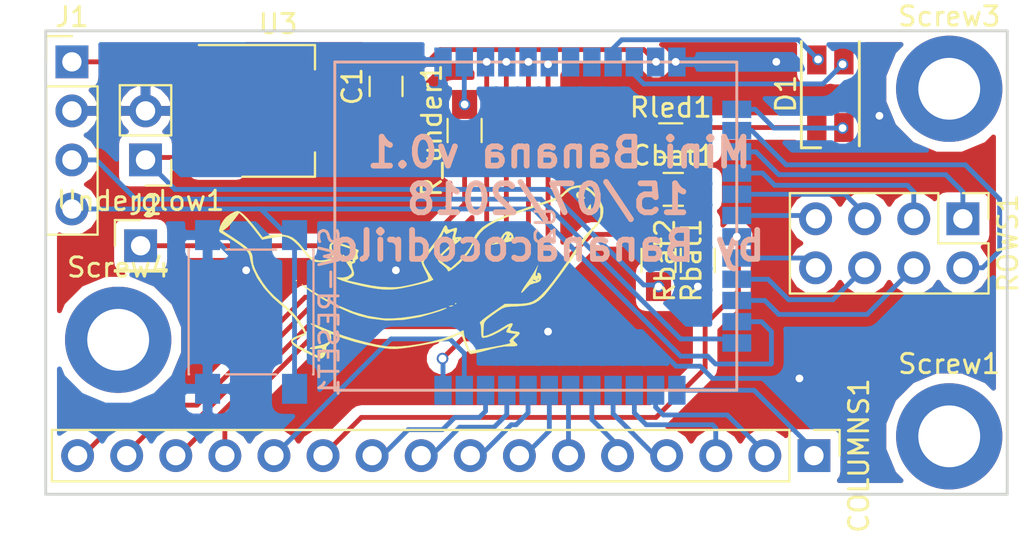
<source format=kicad_pcb>
(kicad_pcb (version 4) (host pcbnew 4.0.7)

  (general
    (links 53)
    (no_connects 2)
    (area 10.809762 11.275 64.111 39.2)
    (thickness 1.6)
    (drawings 7)
    (tracks 241)
    (zones 0)
    (modules 19)
    (nets 37)
  )

  (page A4)
  (layers
    (0 F.Cu signal)
    (31 B.Cu signal)
    (32 B.Adhes user)
    (33 F.Adhes user)
    (34 B.Paste user)
    (35 F.Paste user)
    (36 B.SilkS user)
    (37 F.SilkS user)
    (38 B.Mask user)
    (39 F.Mask user)
    (40 Dwgs.User user)
    (41 Cmts.User user)
    (42 Eco1.User user)
    (43 Eco2.User user)
    (44 Edge.Cuts user)
    (45 Margin user)
    (46 B.CrtYd user)
    (47 F.CrtYd user)
    (48 B.Fab user)
    (49 F.Fab user)
  )

  (setup
    (last_trace_width 0.25)
    (trace_clearance 0.2)
    (zone_clearance 0.508)
    (zone_45_only no)
    (trace_min 0.2)
    (segment_width 0.2)
    (edge_width 0.15)
    (via_size 0.6)
    (via_drill 0.4)
    (via_min_size 0.4)
    (via_min_drill 0.3)
    (uvia_size 0.3)
    (uvia_drill 0.1)
    (uvias_allowed no)
    (uvia_min_size 0.2)
    (uvia_min_drill 0.1)
    (pcb_text_width 0.3)
    (pcb_text_size 1.5 1.5)
    (mod_edge_width 0.15)
    (mod_text_size 1 1)
    (mod_text_width 0.15)
    (pad_size 1.524 1.524)
    (pad_drill 0.762)
    (pad_to_mask_clearance 0.2)
    (aux_axis_origin 0 0)
    (visible_elements 7FFFFFFF)
    (pcbplotparams
      (layerselection 0x010f0_80000001)
      (usegerberextensions false)
      (excludeedgelayer true)
      (linewidth 0.100000)
      (plotframeref false)
      (viasonmask false)
      (mode 1)
      (useauxorigin false)
      (hpglpennumber 1)
      (hpglpenspeed 20)
      (hpglpendiameter 15)
      (hpglpenoverlay 2)
      (psnegative false)
      (psa4output false)
      (plotreference true)
      (plotvalue true)
      (plotinvisibletext false)
      (padsonsilk false)
      (subtractmaskfromsilk false)
      (outputformat 1)
      (mirror false)
      (drillshape 0)
      (scaleselection 1)
      (outputdirectory ""))
  )

  (net 0 "")
  (net 1 VCC)
  (net 2 GND)
  (net 3 BAT-M)
  (net 4 "Net-(D1-Pad1)")
  (net 5 LED-R)
  (net 6 LED-B)
  (net 7 LED-G)
  (net 8 "Net-(J1-Pad4)")
  (net 9 "Net-(R_under1-Pad2)")
  (net 10 COL-13)
  (net 11 COL-14)
  (net 12 COL-15)
  (net 13 COL-16)
  (net 14 "Net-(COLUMNS1-Pad1)")
  (net 15 "Net-(COLUMNS1-Pad2)")
  (net 16 "Net-(COLUMNS1-Pad3)")
  (net 17 "Net-(COLUMNS1-Pad4)")
  (net 18 "Net-(COLUMNS1-Pad5)")
  (net 19 "Net-(COLUMNS1-Pad6)")
  (net 20 "Net-(COLUMNS1-Pad7)")
  (net 21 "Net-(COLUMNS1-Pad8)")
  (net 22 "Net-(COLUMNS1-Pad9)")
  (net 23 "Net-(COLUMNS1-Pad10)")
  (net 24 "Net-(COLUMNS1-Pad12)")
  (net 25 "Net-(J1-Pad3)")
  (net 26 "Net-(J2-Pad1)")
  (net 27 "Net-(R_under1-Pad1)")
  (net 28 row6)
  (net 29 row7)
  (net 30 row8)
  (net 31 row1)
  (net 32 row2)
  (net 33 row3)
  (net 34 row4)
  (net 35 row5)
  (net 36 col-11)

  (net_class Default "Esta es la clase de red por defecto."
    (clearance 0.2)
    (trace_width 0.25)
    (via_dia 0.6)
    (via_drill 0.4)
    (uvia_dia 0.3)
    (uvia_drill 0.1)
    (add_net BAT-M)
    (add_net COL-13)
    (add_net COL-14)
    (add_net COL-15)
    (add_net COL-16)
    (add_net GND)
    (add_net LED-B)
    (add_net LED-G)
    (add_net LED-R)
    (add_net "Net-(COLUMNS1-Pad1)")
    (add_net "Net-(COLUMNS1-Pad10)")
    (add_net "Net-(COLUMNS1-Pad12)")
    (add_net "Net-(COLUMNS1-Pad2)")
    (add_net "Net-(COLUMNS1-Pad3)")
    (add_net "Net-(COLUMNS1-Pad4)")
    (add_net "Net-(COLUMNS1-Pad5)")
    (add_net "Net-(COLUMNS1-Pad6)")
    (add_net "Net-(COLUMNS1-Pad7)")
    (add_net "Net-(COLUMNS1-Pad8)")
    (add_net "Net-(COLUMNS1-Pad9)")
    (add_net "Net-(D1-Pad1)")
    (add_net "Net-(J1-Pad3)")
    (add_net "Net-(J1-Pad4)")
    (add_net "Net-(J2-Pad1)")
    (add_net "Net-(R_under1-Pad1)")
    (add_net "Net-(R_under1-Pad2)")
    (add_net VCC)
    (add_net col-11)
    (add_net row1)
    (add_net row2)
    (add_net row3)
    (add_net row4)
    (add_net row5)
    (add_net row6)
    (add_net row7)
    (add_net row8)
  )

  (module MisComponentes:cpre51822-smd (layer B.Cu) (tedit 5B3C9703) (tstamp 5B4B1902)
    (at 38.608 23.114 270)
    (path /5B391A64)
    (fp_text reference U2 (at 0 -0.5 270) (layer B.SilkS)
      (effects (font (size 1 1) (thickness 0.15)) (justify mirror))
    )
    (fp_text value core51822 (at 0 0.5 270) (layer B.Fab)
      (effects (font (size 1 1) (thickness 0.15)) (justify mirror))
    )
    (fp_line (start -8.5 10.4) (end 8.5 10.4) (layer B.SilkS) (width 0.15))
    (fp_line (start 8.5 10.4) (end 8.5 -10.4) (layer B.SilkS) (width 0.15))
    (fp_line (start 8.5 -10.4) (end -8.4 -10.4) (layer B.SilkS) (width 0.15))
    (fp_line (start -8.4 -10.4) (end -8.5 -10.4) (layer B.SilkS) (width 0.15))
    (fp_line (start -8.5 -10.4) (end -8.5 10.4) (layer B.SilkS) (width 0.15))
    (pad 1 smd rect (at -8.5 4.8 270) (size 1.5 0.9) (layers B.Cu B.Paste B.Mask)
      (net 2 GND))
    (pad 2 smd rect (at -8.5 3.7 270) (size 1.5 0.9) (layers B.Cu B.Paste B.Mask)
      (net 9 "Net-(R_under1-Pad2)"))
    (pad 3 smd rect (at -8.5 2.6 270) (size 1.5 0.9) (layers B.Cu B.Paste B.Mask)
      (net 13 COL-16))
    (pad 4 smd rect (at -8.5 1.5 270) (size 1.5 0.9) (layers B.Cu B.Paste B.Mask)
      (net 12 COL-15))
    (pad 5 smd rect (at -8.5 0.4 270) (size 1.5 0.9) (layers B.Cu B.Paste B.Mask)
      (net 11 COL-14))
    (pad 6 smd rect (at -8.5 -0.7 270) (size 1.5 0.9) (layers B.Cu B.Paste B.Mask)
      (net 10 COL-13))
    (pad 7 smd rect (at -8.5 -1.8 270) (size 1.5 0.9) (layers B.Cu B.Paste B.Mask))
    (pad 8 smd rect (at -8.5 -2.9 270) (size 1.5 0.9) (layers B.Cu B.Paste B.Mask))
    (pad 9 smd rect (at -8.5 -4 270) (size 1.5 0.9) (layers B.Cu B.Paste B.Mask)
      (net 7 LED-G))
    (pad 10 smd rect (at -8.5 -5.1 270) (size 1.5 0.9) (layers B.Cu B.Paste B.Mask)
      (net 6 LED-B))
    (pad 11 smd rect (at -8.5 -6.2 270) (size 1.5 0.9) (layers B.Cu B.Paste B.Mask)
      (net 1 VCC))
    (pad 12 smd rect (at -8.5 -7.3 270) (size 1.5 0.9) (layers B.Cu B.Paste B.Mask)
      (net 2 GND))
    (pad 13 smd rect (at -6.05 -10.4 270) (size 0.9 1.5) (layers B.Cu B.Paste B.Mask)
      (net 5 LED-R))
    (pad 14 smd rect (at -4.95 -10.4 270) (size 0.9 1.5) (layers B.Cu B.Paste B.Mask)
      (net 32 row2))
    (pad 15 smd rect (at -3.85 -10.4 270) (size 0.9 1.5) (layers B.Cu B.Paste B.Mask)
      (net 31 row1))
    (pad 16 smd rect (at -2.75 -10.4 270) (size 0.9 1.5) (layers B.Cu B.Paste B.Mask)
      (net 33 row3))
    (pad 17 smd rect (at -1.65 -10.4 270) (size 0.9 1.5) (layers B.Cu B.Paste B.Mask)
      (net 35 row5))
    (pad 18 smd rect (at -0.55 -10.4 270) (size 0.9 1.5) (layers B.Cu B.Paste B.Mask)
      (net 29 row7))
    (pad 19 smd rect (at 0.55 -10.4 270) (size 0.9 1.5) (layers B.Cu B.Paste B.Mask)
      (net 36 col-11))
    (pad 20 smd rect (at 1.65 -10.4 270) (size 0.9 1.5) (layers B.Cu B.Paste B.Mask)
      (net 28 row6))
    (pad 21 smd rect (at 2.75 -10.4 270) (size 0.9 1.5) (layers B.Cu B.Paste B.Mask)
      (net 30 row8))
    (pad 22 smd rect (at 3.85 -10.4 270) (size 0.9 1.5) (layers B.Cu B.Paste B.Mask)
      (net 34 row4))
    (pad 23 smd rect (at 4.95 -10.4 270) (size 0.9 1.5) (layers B.Cu B.Paste B.Mask)
      (net 8 "Net-(J1-Pad4)"))
    (pad 24 smd rect (at 6.05 -10.4 270) (size 0.9 1.5) (layers B.Cu B.Paste B.Mask)
      (net 25 "Net-(J1-Pad3)"))
    (pad 25 smd rect (at 8.5 -7.3 270) (size 1.5 0.9) (layers B.Cu B.Paste B.Mask)
      (net 14 "Net-(COLUMNS1-Pad1)"))
    (pad 26 smd rect (at 8.5 -6.2 270) (size 1.5 0.9) (layers B.Cu B.Paste B.Mask)
      (net 15 "Net-(COLUMNS1-Pad2)"))
    (pad 27 smd rect (at 8.5 -5.1 270) (size 1.5 0.9) (layers B.Cu B.Paste B.Mask)
      (net 16 "Net-(COLUMNS1-Pad3)"))
    (pad 28 smd rect (at 8.5 -4 270) (size 1.5 0.9) (layers B.Cu B.Paste B.Mask)
      (net 17 "Net-(COLUMNS1-Pad4)"))
    (pad 29 smd rect (at 8.5 -2.9 270) (size 1.5 0.9) (layers B.Cu B.Paste B.Mask)
      (net 18 "Net-(COLUMNS1-Pad5)"))
    (pad 30 smd rect (at 8.5 -1.8 270) (size 1.5 0.9) (layers B.Cu B.Paste B.Mask)
      (net 19 "Net-(COLUMNS1-Pad6)"))
    (pad 31 smd rect (at 8.5 -0.7 270) (size 1.5 0.9) (layers B.Cu B.Paste B.Mask)
      (net 20 "Net-(COLUMNS1-Pad7)"))
    (pad 32 smd rect (at 8.5 0.4 270) (size 1.5 0.9) (layers B.Cu B.Paste B.Mask)
      (net 21 "Net-(COLUMNS1-Pad8)"))
    (pad 33 smd rect (at 8.5 1.5 270) (size 1.5 0.9) (layers B.Cu B.Paste B.Mask)
      (net 22 "Net-(COLUMNS1-Pad9)"))
    (pad 34 smd rect (at 8.5 2.6 270) (size 1.5 0.9) (layers B.Cu B.Paste B.Mask)
      (net 23 "Net-(COLUMNS1-Pad10)"))
    (pad 35 smd rect (at 8.5 3.7 270) (size 1.5 0.9) (layers B.Cu B.Paste B.Mask)
      (net 24 "Net-(COLUMNS1-Pad12)"))
    (pad 36 smd rect (at 8.5 4.8 270) (size 1.5 0.9) (layers B.Cu B.Paste B.Mask)
      (net 3 BAT-M))
  )

  (module Capacitors_SMD:C_0805_HandSoldering (layer F.Cu) (tedit 58AA84A8) (tstamp 5B4B17F8)
    (at 30.861 15.875 90)
    (descr "Capacitor SMD 0805, hand soldering")
    (tags "capacitor 0805")
    (path /5B3A2626)
    (attr smd)
    (fp_text reference C1 (at 0 -1.75 90) (layer F.SilkS)
      (effects (font (size 1 1) (thickness 0.15)))
    )
    (fp_text value 47uF (at 0 1.75 90) (layer F.Fab)
      (effects (font (size 1 1) (thickness 0.15)))
    )
    (fp_text user %R (at 0 -1.75 90) (layer F.Fab)
      (effects (font (size 1 1) (thickness 0.15)))
    )
    (fp_line (start -1 0.62) (end -1 -0.62) (layer F.Fab) (width 0.1))
    (fp_line (start 1 0.62) (end -1 0.62) (layer F.Fab) (width 0.1))
    (fp_line (start 1 -0.62) (end 1 0.62) (layer F.Fab) (width 0.1))
    (fp_line (start -1 -0.62) (end 1 -0.62) (layer F.Fab) (width 0.1))
    (fp_line (start 0.5 -0.85) (end -0.5 -0.85) (layer F.SilkS) (width 0.12))
    (fp_line (start -0.5 0.85) (end 0.5 0.85) (layer F.SilkS) (width 0.12))
    (fp_line (start -2.25 -0.88) (end 2.25 -0.88) (layer F.CrtYd) (width 0.05))
    (fp_line (start -2.25 -0.88) (end -2.25 0.87) (layer F.CrtYd) (width 0.05))
    (fp_line (start 2.25 0.87) (end 2.25 -0.88) (layer F.CrtYd) (width 0.05))
    (fp_line (start 2.25 0.87) (end -2.25 0.87) (layer F.CrtYd) (width 0.05))
    (pad 1 smd rect (at -1.25 0 90) (size 1.5 1.25) (layers F.Cu F.Paste F.Mask)
      (net 1 VCC))
    (pad 2 smd rect (at 1.25 0 90) (size 1.5 1.25) (layers F.Cu F.Paste F.Mask)
      (net 2 GND))
    (model Capacitors_SMD.3dshapes/C_0805.wrl
      (at (xyz 0 0 0))
      (scale (xyz 1 1 1))
      (rotate (xyz 0 0 0))
    )
  )

  (module Capacitors_SMD:C_0805_HandSoldering (layer F.Cu) (tedit 58AA84A8) (tstamp 5B4B1809)
    (at 45.72 21.209)
    (descr "Capacitor SMD 0805, hand soldering")
    (tags "capacitor 0805")
    (path /5B3F67F6)
    (attr smd)
    (fp_text reference Cbat1 (at 0 -1.75) (layer F.SilkS)
      (effects (font (size 1 1) (thickness 0.15)))
    )
    (fp_text value 22n (at 0 1.75) (layer F.Fab)
      (effects (font (size 1 1) (thickness 0.15)))
    )
    (fp_text user %R (at 0 -1.75) (layer F.Fab)
      (effects (font (size 1 1) (thickness 0.15)))
    )
    (fp_line (start -1 0.62) (end -1 -0.62) (layer F.Fab) (width 0.1))
    (fp_line (start 1 0.62) (end -1 0.62) (layer F.Fab) (width 0.1))
    (fp_line (start 1 -0.62) (end 1 0.62) (layer F.Fab) (width 0.1))
    (fp_line (start -1 -0.62) (end 1 -0.62) (layer F.Fab) (width 0.1))
    (fp_line (start 0.5 -0.85) (end -0.5 -0.85) (layer F.SilkS) (width 0.12))
    (fp_line (start -0.5 0.85) (end 0.5 0.85) (layer F.SilkS) (width 0.12))
    (fp_line (start -2.25 -0.88) (end 2.25 -0.88) (layer F.CrtYd) (width 0.05))
    (fp_line (start -2.25 -0.88) (end -2.25 0.87) (layer F.CrtYd) (width 0.05))
    (fp_line (start 2.25 0.87) (end 2.25 -0.88) (layer F.CrtYd) (width 0.05))
    (fp_line (start 2.25 0.87) (end -2.25 0.87) (layer F.CrtYd) (width 0.05))
    (pad 1 smd rect (at -1.25 0) (size 1.5 1.25) (layers F.Cu F.Paste F.Mask)
      (net 2 GND))
    (pad 2 smd rect (at 1.25 0) (size 1.5 1.25) (layers F.Cu F.Paste F.Mask)
      (net 3 BAT-M))
    (model Capacitors_SMD.3dshapes/C_0805.wrl
      (at (xyz 0 0 0))
      (scale (xyz 1 1 1))
      (rotate (xyz 0 0 0))
    )
  )

  (module LEDs:LED_RGB_1210 (layer F.Cu) (tedit 5979AE99) (tstamp 5B4B181E)
    (at 53.848 16.256 90)
    (descr "RGB LED 3.2x2.7mm http://www.avagotech.com/docs/AV02-0610EN")
    (tags "LED 3227")
    (path /5B3F8597)
    (attr smd)
    (fp_text reference D1 (at 0 -2.3 90) (layer F.SilkS)
      (effects (font (size 1 1) (thickness 0.15)))
    )
    (fp_text value LED_BAT (at 0 2.45 90) (layer F.Fab)
      (effects (font (size 1 1) (thickness 0.15)))
    )
    (fp_line (start -2.95 1.65) (end 2.85 1.65) (layer F.CrtYd) (width 0.05))
    (fp_line (start -2.95 -1.65) (end -2.95 1.65) (layer F.CrtYd) (width 0.05))
    (fp_line (start 2.85 -1.65) (end -2.95 -1.65) (layer F.CrtYd) (width 0.05))
    (fp_line (start 2.85 1.65) (end 2.85 -1.65) (layer F.CrtYd) (width 0.05))
    (fp_line (start 2.7 1.5) (end -2.7 1.5) (layer F.SilkS) (width 0.15))
    (fp_line (start 2.7 -1.5) (end -2.8 -1.5) (layer F.SilkS) (width 0.15))
    (fp_line (start -2.8 -0.5) (end -2.8 -1.5) (layer F.SilkS) (width 0.15))
    (fp_line (start -0.925 -1.35) (end 1.6 -1.35) (layer F.Fab) (width 0.1))
    (fp_line (start 1.6 -1.35) (end 1.6 1.35) (layer F.Fab) (width 0.1))
    (fp_line (start 1.6 1.35) (end -1.6 1.35) (layer F.Fab) (width 0.1))
    (fp_line (start -1.6 1.35) (end -1.6 -0.675) (layer F.Fab) (width 0.1))
    (fp_line (start -1.6 -0.675) (end -0.925 -1.35) (layer F.Fab) (width 0.1))
    (fp_text user %R (at 0 -2.3 90) (layer F.Fab)
      (effects (font (size 1 1) (thickness 0.15)))
    )
    (pad 1 smd rect (at -1.75 -0.7 270) (size 1.5 1) (layers F.Cu F.Paste F.Mask)
      (net 4 "Net-(D1-Pad1)"))
    (pad 2 smd rect (at -1.75 0.7 270) (size 1.5 1) (layers F.Cu F.Paste F.Mask)
      (net 5 LED-R))
    (pad 4 smd rect (at 1.75 -0.7 270) (size 1.5 1) (layers F.Cu F.Paste F.Mask)
      (net 7 LED-G))
    (pad 3 smd rect (at 1.75 0.7 270) (size 1.5 1) (layers F.Cu F.Paste F.Mask)
      (net 6 LED-B))
    (model ${KISYS3DMOD}/LEDs.3dshapes/LED_RGB_1210.wrl
      (at (xyz 0 0 0))
      (scale (xyz 1 1 1))
      (rotate (xyz 0 0 0))
    )
  )

  (module Pin_Headers:Pin_Header_Straight_1x04_Pitch2.54mm (layer F.Cu) (tedit 59650532) (tstamp 5B4B1836)
    (at 14.605 14.605)
    (descr "Through hole straight pin header, 1x04, 2.54mm pitch, single row")
    (tags "Through hole pin header THT 1x04 2.54mm single row")
    (path /5B3F243D)
    (fp_text reference J1 (at 0 -2.33) (layer F.SilkS)
      (effects (font (size 1 1) (thickness 0.15)))
    )
    (fp_text value prog_pins (at 0 9.95) (layer F.Fab)
      (effects (font (size 1 1) (thickness 0.15)))
    )
    (fp_line (start -0.635 -1.27) (end 1.27 -1.27) (layer F.Fab) (width 0.1))
    (fp_line (start 1.27 -1.27) (end 1.27 8.89) (layer F.Fab) (width 0.1))
    (fp_line (start 1.27 8.89) (end -1.27 8.89) (layer F.Fab) (width 0.1))
    (fp_line (start -1.27 8.89) (end -1.27 -0.635) (layer F.Fab) (width 0.1))
    (fp_line (start -1.27 -0.635) (end -0.635 -1.27) (layer F.Fab) (width 0.1))
    (fp_line (start -1.33 8.95) (end 1.33 8.95) (layer F.SilkS) (width 0.12))
    (fp_line (start -1.33 1.27) (end -1.33 8.95) (layer F.SilkS) (width 0.12))
    (fp_line (start 1.33 1.27) (end 1.33 8.95) (layer F.SilkS) (width 0.12))
    (fp_line (start -1.33 1.27) (end 1.33 1.27) (layer F.SilkS) (width 0.12))
    (fp_line (start -1.33 0) (end -1.33 -1.33) (layer F.SilkS) (width 0.12))
    (fp_line (start -1.33 -1.33) (end 0 -1.33) (layer F.SilkS) (width 0.12))
    (fp_line (start -1.8 -1.8) (end -1.8 9.4) (layer F.CrtYd) (width 0.05))
    (fp_line (start -1.8 9.4) (end 1.8 9.4) (layer F.CrtYd) (width 0.05))
    (fp_line (start 1.8 9.4) (end 1.8 -1.8) (layer F.CrtYd) (width 0.05))
    (fp_line (start 1.8 -1.8) (end -1.8 -1.8) (layer F.CrtYd) (width 0.05))
    (fp_text user %R (at 0 3.81 90) (layer F.Fab)
      (effects (font (size 1 1) (thickness 0.15)))
    )
    (pad 1 thru_hole rect (at 0 0) (size 1.7 1.7) (drill 1) (layers *.Cu *.Mask)
      (net 1 VCC))
    (pad 2 thru_hole oval (at 0 2.54) (size 1.7 1.7) (drill 1) (layers *.Cu *.Mask)
      (net 2 GND))
    (pad 3 thru_hole oval (at 0 5.08) (size 1.7 1.7) (drill 1) (layers *.Cu *.Mask)
      (net 25 "Net-(J1-Pad3)"))
    (pad 4 thru_hole oval (at 0 7.62) (size 1.7 1.7) (drill 1) (layers *.Cu *.Mask)
      (net 8 "Net-(J1-Pad4)"))
    (model ${KISYS3DMOD}/Pin_Headers.3dshapes/Pin_Header_Straight_1x04_Pitch2.54mm.wrl
      (at (xyz 0 0 0))
      (scale (xyz 1 1 1))
      (rotate (xyz 0 0 0))
    )
  )

  (module Mounting_Holes:MountingHole_3.2mm_M3_ISO14580_Pad (layer F.Cu) (tedit 56D1B4CB) (tstamp 5B4B1892)
    (at 60 34)
    (descr "Mounting Hole 3.2mm, M3, ISO14580")
    (tags "mounting hole 3.2mm m3 iso14580")
    (path /5B40727E)
    (attr virtual)
    (fp_text reference Screw1 (at 0 -3.75) (layer F.SilkS)
      (effects (font (size 1 1) (thickness 0.15)))
    )
    (fp_text value Screw (at 0 3.75) (layer F.Fab)
      (effects (font (size 1 1) (thickness 0.15)))
    )
    (fp_text user %R (at 0.3 0) (layer F.Fab)
      (effects (font (size 1 1) (thickness 0.15)))
    )
    (fp_circle (center 0 0) (end 2.75 0) (layer Cmts.User) (width 0.15))
    (fp_circle (center 0 0) (end 3 0) (layer F.CrtYd) (width 0.05))
    (pad 1 thru_hole circle (at 0 0) (size 5.5 5.5) (drill 3.2) (layers *.Cu *.Mask))
  )

  (module Mounting_Holes:MountingHole_3.2mm_M3_ISO14580_Pad (layer F.Cu) (tedit 56D1B4CB) (tstamp 5B4B18A2)
    (at 60 16)
    (descr "Mounting Hole 3.2mm, M3, ISO14580")
    (tags "mounting hole 3.2mm m3 iso14580")
    (path /5B4C3BE6)
    (attr virtual)
    (fp_text reference Screw3 (at 0 -3.75) (layer F.SilkS)
      (effects (font (size 1 1) (thickness 0.15)))
    )
    (fp_text value Screw (at 0 3.75) (layer F.Fab)
      (effects (font (size 1 1) (thickness 0.15)))
    )
    (fp_text user %R (at 0.3 0) (layer F.Fab)
      (effects (font (size 1 1) (thickness 0.15)))
    )
    (fp_circle (center 0 0) (end 2.75 0) (layer Cmts.User) (width 0.15))
    (fp_circle (center 0 0) (end 3 0) (layer F.CrtYd) (width 0.05))
    (pad 1 thru_hole circle (at 0 0) (size 5.5 5.5) (drill 3.2) (layers *.Cu *.Mask))
  )

  (module Mounting_Holes:MountingHole_3.2mm_M3_ISO14580_Pad (layer F.Cu) (tedit 56D1B4CB) (tstamp 5B4B18AA)
    (at 17 29)
    (descr "Mounting Hole 3.2mm, M3, ISO14580")
    (tags "mounting hole 3.2mm m3 iso14580")
    (path /5B4C3BEC)
    (attr virtual)
    (fp_text reference Screw4 (at 0 -3.75) (layer F.SilkS)
      (effects (font (size 1 1) (thickness 0.15)))
    )
    (fp_text value Screw (at 0 3.75) (layer F.Fab)
      (effects (font (size 1 1) (thickness 0.15)))
    )
    (fp_text user %R (at 0.3 0) (layer F.Fab)
      (effects (font (size 1 1) (thickness 0.15)))
    )
    (fp_circle (center 0 0) (end 2.75 0) (layer Cmts.User) (width 0.15))
    (fp_circle (center 0 0) (end 3 0) (layer F.CrtYd) (width 0.05))
    (pad 1 thru_hole circle (at 0 0) (size 5.5 5.5) (drill 3.2) (layers *.Cu *.Mask))
  )

  (module Buttons_Switches_SMD:SW_SPST_PTS645 (layer B.Cu) (tedit 58724A80) (tstamp 5B4B18C4)
    (at 23.876 27.559 90)
    (descr "C&K Components SPST SMD PTS645 Series 6mm Tact Switch")
    (tags "SPST Button Switch")
    (path /5B3FEF32)
    (attr smd)
    (fp_text reference SW-RESET1 (at 0 4.05 90) (layer B.SilkS)
      (effects (font (size 1 1) (thickness 0.15)) (justify mirror))
    )
    (fp_text value SW_PUSH (at 0 -4.15 90) (layer B.Fab)
      (effects (font (size 1 1) (thickness 0.15)) (justify mirror))
    )
    (fp_text user %R (at 0 4.05 90) (layer B.Fab)
      (effects (font (size 1 1) (thickness 0.15)) (justify mirror))
    )
    (fp_line (start -3 3) (end -3 -3) (layer B.Fab) (width 0.1))
    (fp_line (start -3 -3) (end 3 -3) (layer B.Fab) (width 0.1))
    (fp_line (start 3 -3) (end 3 3) (layer B.Fab) (width 0.1))
    (fp_line (start 3 3) (end -3 3) (layer B.Fab) (width 0.1))
    (fp_line (start 5.05 -3.4) (end 5.05 3.4) (layer B.CrtYd) (width 0.05))
    (fp_line (start -5.05 3.4) (end -5.05 -3.4) (layer B.CrtYd) (width 0.05))
    (fp_line (start -5.05 -3.4) (end 5.05 -3.4) (layer B.CrtYd) (width 0.05))
    (fp_line (start -5.05 3.4) (end 5.05 3.4) (layer B.CrtYd) (width 0.05))
    (fp_line (start 3.23 3.23) (end 3.23 3.2) (layer B.SilkS) (width 0.12))
    (fp_line (start 3.23 -3.23) (end 3.23 -3.2) (layer B.SilkS) (width 0.12))
    (fp_line (start -3.23 -3.23) (end -3.23 -3.2) (layer B.SilkS) (width 0.12))
    (fp_line (start -3.23 3.2) (end -3.23 3.23) (layer B.SilkS) (width 0.12))
    (fp_line (start 3.23 1.3) (end 3.23 -1.3) (layer B.SilkS) (width 0.12))
    (fp_line (start -3.23 3.23) (end 3.23 3.23) (layer B.SilkS) (width 0.12))
    (fp_line (start -3.23 1.3) (end -3.23 -1.3) (layer B.SilkS) (width 0.12))
    (fp_line (start -3.23 -3.23) (end 3.23 -3.23) (layer B.SilkS) (width 0.12))
    (fp_circle (center 0 0) (end 1.75 0.05) (layer B.Fab) (width 0.1))
    (pad 2 smd rect (at -3.98 -2.25 90) (size 1.55 1.3) (layers B.Cu B.Paste B.Mask)
      (net 2 GND))
    (pad 1 smd rect (at -3.98 2.25 90) (size 1.55 1.3) (layers B.Cu B.Paste B.Mask)
      (net 8 "Net-(J1-Pad4)"))
    (pad 1 smd rect (at 3.98 2.25 90) (size 1.55 1.3) (layers B.Cu B.Paste B.Mask)
      (net 8 "Net-(J1-Pad4)"))
    (pad 2 smd rect (at 3.98 -2.25 90) (size 1.55 1.3) (layers B.Cu B.Paste B.Mask)
      (net 2 GND))
    (model ${KISYS3DMOD}/Buttons_Switches_SMD.3dshapes/SW_SPST_PTS645.wrl
      (at (xyz 0 0 0))
      (scale (xyz 1 1 1))
      (rotate (xyz 0 0 0))
    )
  )

  (module TO_SOT_Packages_SMD:SOT-223-3_TabPin2 (layer F.Cu) (tedit 58CE4E7E) (tstamp 5B4B1918)
    (at 25.273 17.145)
    (descr "module CMS SOT223 4 pins")
    (tags "CMS SOT")
    (path /5B39628E)
    (attr smd)
    (fp_text reference U3 (at 0 -4.5) (layer F.SilkS)
      (effects (font (size 1 1) (thickness 0.15)))
    )
    (fp_text value LM1117-3.3 (at 0 4.5) (layer F.Fab)
      (effects (font (size 1 1) (thickness 0.15)))
    )
    (fp_text user %R (at 0 0 90) (layer F.Fab)
      (effects (font (size 0.8 0.8) (thickness 0.12)))
    )
    (fp_line (start 1.91 3.41) (end 1.91 2.15) (layer F.SilkS) (width 0.12))
    (fp_line (start 1.91 -3.41) (end 1.91 -2.15) (layer F.SilkS) (width 0.12))
    (fp_line (start 4.4 -3.6) (end -4.4 -3.6) (layer F.CrtYd) (width 0.05))
    (fp_line (start 4.4 3.6) (end 4.4 -3.6) (layer F.CrtYd) (width 0.05))
    (fp_line (start -4.4 3.6) (end 4.4 3.6) (layer F.CrtYd) (width 0.05))
    (fp_line (start -4.4 -3.6) (end -4.4 3.6) (layer F.CrtYd) (width 0.05))
    (fp_line (start -1.85 -2.35) (end -0.85 -3.35) (layer F.Fab) (width 0.1))
    (fp_line (start -1.85 -2.35) (end -1.85 3.35) (layer F.Fab) (width 0.1))
    (fp_line (start -1.85 3.41) (end 1.91 3.41) (layer F.SilkS) (width 0.12))
    (fp_line (start -0.85 -3.35) (end 1.85 -3.35) (layer F.Fab) (width 0.1))
    (fp_line (start -4.1 -3.41) (end 1.91 -3.41) (layer F.SilkS) (width 0.12))
    (fp_line (start -1.85 3.35) (end 1.85 3.35) (layer F.Fab) (width 0.1))
    (fp_line (start 1.85 -3.35) (end 1.85 3.35) (layer F.Fab) (width 0.1))
    (pad 2 smd rect (at 3.15 0) (size 2 3.8) (layers F.Cu F.Paste F.Mask)
      (net 1 VCC))
    (pad 2 smd rect (at -3.15 0) (size 2 1.5) (layers F.Cu F.Paste F.Mask)
      (net 1 VCC))
    (pad 3 smd rect (at -3.15 2.3) (size 2 1.5) (layers F.Cu F.Paste F.Mask)
      (net 26 "Net-(J2-Pad1)"))
    (pad 1 smd rect (at -3.15 -2.3) (size 2 1.5) (layers F.Cu F.Paste F.Mask)
      (net 2 GND))
    (model ${KISYS3DMOD}/TO_SOT_Packages_SMD.3dshapes/SOT-223.wrl
      (at (xyz 0 0 0))
      (scale (xyz 1 1 1))
      (rotate (xyz 0 0 0))
    )
  )

  (module Pin_Headers:Pin_Header_Straight_1x16_Pitch2.54mm (layer F.Cu) (tedit 5B544BB0) (tstamp 5B4B2671)
    (at 53 35 270)
    (descr "Through hole straight pin header, 1x16, 2.54mm pitch, single row")
    (tags "Through hole pin header THT 1x16 2.54mm single row")
    (path /5B4C3162)
    (fp_text reference COLUMNS1 (at 0 -2.33 270) (layer F.SilkS)
      (effects (font (size 1 1) (thickness 0.15)))
    )
    (fp_text value "" (at 0 40.43 270) (layer F.Fab)
      (effects (font (size 1 1) (thickness 0.15)))
    )
    (fp_line (start -0.635 -1.27) (end 1.27 -1.27) (layer F.Fab) (width 0.1))
    (fp_line (start 1.27 -1.27) (end 1.27 39.37) (layer F.Fab) (width 0.1))
    (fp_line (start 1.27 39.37) (end -1.27 39.37) (layer F.Fab) (width 0.1))
    (fp_line (start -1.27 39.37) (end -1.27 -0.635) (layer F.Fab) (width 0.1))
    (fp_line (start -1.27 -0.635) (end -0.635 -1.27) (layer F.Fab) (width 0.1))
    (fp_line (start -1.33 39.43) (end 1.33 39.43) (layer F.SilkS) (width 0.12))
    (fp_line (start -1.33 1.27) (end -1.33 39.43) (layer F.SilkS) (width 0.12))
    (fp_line (start 1.33 1.27) (end 1.33 39.43) (layer F.SilkS) (width 0.12))
    (fp_line (start -1.33 1.27) (end 1.33 1.27) (layer F.SilkS) (width 0.12))
    (fp_line (start -1.33 0) (end -1.33 -1.33) (layer F.SilkS) (width 0.12))
    (fp_line (start -1.33 -1.33) (end 0 -1.33) (layer F.SilkS) (width 0.12))
    (fp_line (start -1.8 -1.8) (end -1.8 39.9) (layer F.CrtYd) (width 0.05))
    (fp_line (start -1.8 39.9) (end 1.8 39.9) (layer F.CrtYd) (width 0.05))
    (fp_line (start 1.8 39.9) (end 1.8 -1.8) (layer F.CrtYd) (width 0.05))
    (fp_line (start 1.8 -1.8) (end -1.8 -1.8) (layer F.CrtYd) (width 0.05))
    (fp_text user %R (at 0 19.05 360) (layer F.Fab)
      (effects (font (size 1 1) (thickness 0.15)))
    )
    (pad 1 thru_hole rect (at 0 0 270) (size 1.7 1.7) (drill 1) (layers *.Cu *.Mask)
      (net 14 "Net-(COLUMNS1-Pad1)"))
    (pad 2 thru_hole oval (at 0 2.54 270) (size 1.7 1.7) (drill 1) (layers *.Cu *.Mask)
      (net 15 "Net-(COLUMNS1-Pad2)"))
    (pad 3 thru_hole oval (at 0 5.08 270) (size 1.7 1.7) (drill 1) (layers *.Cu *.Mask)
      (net 16 "Net-(COLUMNS1-Pad3)"))
    (pad 4 thru_hole oval (at 0 7.62 270) (size 1.7 1.7) (drill 1) (layers *.Cu *.Mask)
      (net 17 "Net-(COLUMNS1-Pad4)"))
    (pad 5 thru_hole oval (at 0 10.16 270) (size 1.7 1.7) (drill 1) (layers *.Cu *.Mask)
      (net 18 "Net-(COLUMNS1-Pad5)"))
    (pad 6 thru_hole oval (at 0 12.7 270) (size 1.7 1.7) (drill 1) (layers *.Cu *.Mask)
      (net 19 "Net-(COLUMNS1-Pad6)"))
    (pad 7 thru_hole oval (at 0 15.24 270) (size 1.7 1.7) (drill 1) (layers *.Cu *.Mask)
      (net 20 "Net-(COLUMNS1-Pad7)"))
    (pad 8 thru_hole oval (at 0 17.78 270) (size 1.7 1.7) (drill 1) (layers *.Cu *.Mask)
      (net 21 "Net-(COLUMNS1-Pad8)"))
    (pad 9 thru_hole oval (at 0 20.32 270) (size 1.7 1.7) (drill 1) (layers *.Cu *.Mask)
      (net 22 "Net-(COLUMNS1-Pad9)"))
    (pad 10 thru_hole oval (at 0 22.86 270) (size 1.7 1.7) (drill 1) (layers *.Cu *.Mask)
      (net 23 "Net-(COLUMNS1-Pad10)"))
    (pad 11 thru_hole oval (at 0 25.4 270) (size 1.7 1.7) (drill 1) (layers *.Cu *.Mask)
      (net 36 col-11))
    (pad 12 thru_hole oval (at 0 27.94 270) (size 1.7 1.7) (drill 1) (layers *.Cu *.Mask)
      (net 24 "Net-(COLUMNS1-Pad12)"))
    (pad 13 thru_hole oval (at 0 30.48 270) (size 1.7 1.7) (drill 1) (layers *.Cu *.Mask)
      (net 10 COL-13))
    (pad 14 thru_hole oval (at 0 33.02 270) (size 1.7 1.7) (drill 1) (layers *.Cu *.Mask)
      (net 11 COL-14))
    (pad 15 thru_hole oval (at 0 35.56 270) (size 1.7 1.7) (drill 1) (layers *.Cu *.Mask)
      (net 12 COL-15))
    (pad 16 thru_hole oval (at 0 38.1 270) (size 1.7 1.7) (drill 1) (layers *.Cu *.Mask)
      (net 13 COL-16))
    (model ${KISYS3DMOD}/Pin_Headers.3dshapes/Pin_Header_Straight_1x16_Pitch2.54mm.wrl
      (at (xyz 0 0 0))
      (scale (xyz 1 1 1))
      (rotate (xyz 0 0 0))
    )
  )

  (module Resistors_SMD:R_0805_HandSoldering (layer F.Cu) (tedit 58E0A804) (tstamp 5B4B2693)
    (at 34.925 18.161 90)
    (descr "Resistor SMD 0805, hand soldering")
    (tags "resistor 0805")
    (path /5B4BC631)
    (attr smd)
    (fp_text reference R_under1 (at 0 -1.7 90) (layer F.SilkS)
      (effects (font (size 1 1) (thickness 0.15)))
    )
    (fp_text value 470 (at 0 1.75 90) (layer F.Fab)
      (effects (font (size 1 1) (thickness 0.15)))
    )
    (fp_text user %R (at 0 0 90) (layer F.Fab)
      (effects (font (size 0.5 0.5) (thickness 0.075)))
    )
    (fp_line (start -1 0.62) (end -1 -0.62) (layer F.Fab) (width 0.1))
    (fp_line (start 1 0.62) (end -1 0.62) (layer F.Fab) (width 0.1))
    (fp_line (start 1 -0.62) (end 1 0.62) (layer F.Fab) (width 0.1))
    (fp_line (start -1 -0.62) (end 1 -0.62) (layer F.Fab) (width 0.1))
    (fp_line (start 0.6 0.88) (end -0.6 0.88) (layer F.SilkS) (width 0.12))
    (fp_line (start -0.6 -0.88) (end 0.6 -0.88) (layer F.SilkS) (width 0.12))
    (fp_line (start -2.35 -0.9) (end 2.35 -0.9) (layer F.CrtYd) (width 0.05))
    (fp_line (start -2.35 -0.9) (end -2.35 0.9) (layer F.CrtYd) (width 0.05))
    (fp_line (start 2.35 0.9) (end 2.35 -0.9) (layer F.CrtYd) (width 0.05))
    (fp_line (start 2.35 0.9) (end -2.35 0.9) (layer F.CrtYd) (width 0.05))
    (pad 1 smd rect (at -1.35 0 90) (size 1.5 1.3) (layers F.Cu F.Paste F.Mask)
      (net 27 "Net-(R_under1-Pad1)"))
    (pad 2 smd rect (at 1.35 0 90) (size 1.5 1.3) (layers F.Cu F.Paste F.Mask)
      (net 9 "Net-(R_under1-Pad2)"))
    (model ${KISYS3DMOD}/Resistors_SMD.3dshapes/R_0805.wrl
      (at (xyz 0 0 0))
      (scale (xyz 1 1 1))
      (rotate (xyz 0 0 0))
    )
  )

  (module Pin_Headers:Pin_Header_Straight_1x02_Pitch2.54mm (layer F.Cu) (tedit 59650532) (tstamp 5B4B32EC)
    (at 18.415 19.685 180)
    (descr "Through hole straight pin header, 1x02, 2.54mm pitch, single row")
    (tags "Through hole pin header THT 1x02 2.54mm single row")
    (path /5B4C4998)
    (fp_text reference J2 (at 0 -2.33 180) (layer F.SilkS)
      (effects (font (size 1 1) (thickness 0.15)))
    )
    (fp_text value Lipo (at 0 4.87 180) (layer F.Fab)
      (effects (font (size 1 1) (thickness 0.15)))
    )
    (fp_line (start -0.635 -1.27) (end 1.27 -1.27) (layer F.Fab) (width 0.1))
    (fp_line (start 1.27 -1.27) (end 1.27 3.81) (layer F.Fab) (width 0.1))
    (fp_line (start 1.27 3.81) (end -1.27 3.81) (layer F.Fab) (width 0.1))
    (fp_line (start -1.27 3.81) (end -1.27 -0.635) (layer F.Fab) (width 0.1))
    (fp_line (start -1.27 -0.635) (end -0.635 -1.27) (layer F.Fab) (width 0.1))
    (fp_line (start -1.33 3.87) (end 1.33 3.87) (layer F.SilkS) (width 0.12))
    (fp_line (start -1.33 1.27) (end -1.33 3.87) (layer F.SilkS) (width 0.12))
    (fp_line (start 1.33 1.27) (end 1.33 3.87) (layer F.SilkS) (width 0.12))
    (fp_line (start -1.33 1.27) (end 1.33 1.27) (layer F.SilkS) (width 0.12))
    (fp_line (start -1.33 0) (end -1.33 -1.33) (layer F.SilkS) (width 0.12))
    (fp_line (start -1.33 -1.33) (end 0 -1.33) (layer F.SilkS) (width 0.12))
    (fp_line (start -1.8 -1.8) (end -1.8 4.35) (layer F.CrtYd) (width 0.05))
    (fp_line (start -1.8 4.35) (end 1.8 4.35) (layer F.CrtYd) (width 0.05))
    (fp_line (start 1.8 4.35) (end 1.8 -1.8) (layer F.CrtYd) (width 0.05))
    (fp_line (start 1.8 -1.8) (end -1.8 -1.8) (layer F.CrtYd) (width 0.05))
    (fp_text user %R (at 0 1.27 270) (layer F.Fab)
      (effects (font (size 1 1) (thickness 0.15)))
    )
    (pad 1 thru_hole rect (at 0 0 180) (size 1.7 1.7) (drill 1) (layers *.Cu *.Mask)
      (net 26 "Net-(J2-Pad1)"))
    (pad 2 thru_hole oval (at 0 2.54 180) (size 1.7 1.7) (drill 1) (layers *.Cu *.Mask)
      (net 2 GND))
    (model ${KISYS3DMOD}/Pin_Headers.3dshapes/Pin_Header_Straight_1x02_Pitch2.54mm.wrl
      (at (xyz 0 0 0))
      (scale (xyz 1 1 1))
      (rotate (xyz 0 0 0))
    )
  )

  (module Pin_Headers:Pin_Header_Straight_2x04_Pitch2.54mm (layer F.Cu) (tedit 59650532) (tstamp 5B4B3481)
    (at 60.706 22.733 270)
    (descr "Through hole straight pin header, 2x04, 2.54mm pitch, double rows")
    (tags "Through hole pin header THT 2x04 2.54mm double row")
    (path /5B4C1BFF)
    (fp_text reference ROWS1 (at 1.27 -2.33 270) (layer F.SilkS)
      (effects (font (size 1 1) (thickness 0.15)))
    )
    (fp_text value ROWS (at 1.27 9.95 270) (layer F.Fab)
      (effects (font (size 1 1) (thickness 0.15)))
    )
    (fp_line (start 0 -1.27) (end 3.81 -1.27) (layer F.Fab) (width 0.1))
    (fp_line (start 3.81 -1.27) (end 3.81 8.89) (layer F.Fab) (width 0.1))
    (fp_line (start 3.81 8.89) (end -1.27 8.89) (layer F.Fab) (width 0.1))
    (fp_line (start -1.27 8.89) (end -1.27 0) (layer F.Fab) (width 0.1))
    (fp_line (start -1.27 0) (end 0 -1.27) (layer F.Fab) (width 0.1))
    (fp_line (start -1.33 8.95) (end 3.87 8.95) (layer F.SilkS) (width 0.12))
    (fp_line (start -1.33 1.27) (end -1.33 8.95) (layer F.SilkS) (width 0.12))
    (fp_line (start 3.87 -1.33) (end 3.87 8.95) (layer F.SilkS) (width 0.12))
    (fp_line (start -1.33 1.27) (end 1.27 1.27) (layer F.SilkS) (width 0.12))
    (fp_line (start 1.27 1.27) (end 1.27 -1.33) (layer F.SilkS) (width 0.12))
    (fp_line (start 1.27 -1.33) (end 3.87 -1.33) (layer F.SilkS) (width 0.12))
    (fp_line (start -1.33 0) (end -1.33 -1.33) (layer F.SilkS) (width 0.12))
    (fp_line (start -1.33 -1.33) (end 0 -1.33) (layer F.SilkS) (width 0.12))
    (fp_line (start -1.8 -1.8) (end -1.8 9.4) (layer F.CrtYd) (width 0.05))
    (fp_line (start -1.8 9.4) (end 4.35 9.4) (layer F.CrtYd) (width 0.05))
    (fp_line (start 4.35 9.4) (end 4.35 -1.8) (layer F.CrtYd) (width 0.05))
    (fp_line (start 4.35 -1.8) (end -1.8 -1.8) (layer F.CrtYd) (width 0.05))
    (fp_text user %R (at 1.27 3.81 360) (layer F.Fab)
      (effects (font (size 1 1) (thickness 0.15)))
    )
    (pad 1 thru_hole rect (at 0 0 270) (size 1.7 1.7) (drill 1) (layers *.Cu *.Mask)
      (net 31 row1))
    (pad 2 thru_hole oval (at 2.54 0 270) (size 1.7 1.7) (drill 1) (layers *.Cu *.Mask)
      (net 32 row2))
    (pad 3 thru_hole oval (at 0 2.54 270) (size 1.7 1.7) (drill 1) (layers *.Cu *.Mask)
      (net 33 row3))
    (pad 4 thru_hole oval (at 2.54 2.54 270) (size 1.7 1.7) (drill 1) (layers *.Cu *.Mask)
      (net 34 row4))
    (pad 5 thru_hole oval (at 0 5.08 270) (size 1.7 1.7) (drill 1) (layers *.Cu *.Mask)
      (net 35 row5))
    (pad 6 thru_hole oval (at 2.54 5.08 270) (size 1.7 1.7) (drill 1) (layers *.Cu *.Mask)
      (net 30 row8))
    (pad 7 thru_hole oval (at 0 7.62 270) (size 1.7 1.7) (drill 1) (layers *.Cu *.Mask)
      (net 29 row7))
    (pad 8 thru_hole oval (at 2.54 7.62 270) (size 1.7 1.7) (drill 1) (layers *.Cu *.Mask)
      (net 28 row6))
    (model ${KISYS3DMOD}/Pin_Headers.3dshapes/Pin_Header_Straight_2x04_Pitch2.54mm.wrl
      (at (xyz 0 0 0))
      (scale (xyz 1 1 1))
      (rotate (xyz 0 0 0))
    )
  )

  (module Resistors_SMD:R_0805_HandSoldering (layer F.Cu) (tedit 58E0A804) (tstamp 5B4B3EFF)
    (at 44.958 24.892 270)
    (descr "Resistor SMD 0805, hand soldering")
    (tags "resistor 0805")
    (path /5B3F5C94)
    (attr smd)
    (fp_text reference Rbat1 (at 0 -1.7 270) (layer F.SilkS)
      (effects (font (size 1 1) (thickness 0.15)))
    )
    (fp_text value 10M (at 0 1.75 270) (layer F.Fab)
      (effects (font (size 1 1) (thickness 0.15)))
    )
    (fp_text user %R (at 0 0 270) (layer F.Fab)
      (effects (font (size 0.5 0.5) (thickness 0.075)))
    )
    (fp_line (start -1 0.62) (end -1 -0.62) (layer F.Fab) (width 0.1))
    (fp_line (start 1 0.62) (end -1 0.62) (layer F.Fab) (width 0.1))
    (fp_line (start 1 -0.62) (end 1 0.62) (layer F.Fab) (width 0.1))
    (fp_line (start -1 -0.62) (end 1 -0.62) (layer F.Fab) (width 0.1))
    (fp_line (start 0.6 0.88) (end -0.6 0.88) (layer F.SilkS) (width 0.12))
    (fp_line (start -0.6 -0.88) (end 0.6 -0.88) (layer F.SilkS) (width 0.12))
    (fp_line (start -2.35 -0.9) (end 2.35 -0.9) (layer F.CrtYd) (width 0.05))
    (fp_line (start -2.35 -0.9) (end -2.35 0.9) (layer F.CrtYd) (width 0.05))
    (fp_line (start 2.35 0.9) (end 2.35 -0.9) (layer F.CrtYd) (width 0.05))
    (fp_line (start 2.35 0.9) (end -2.35 0.9) (layer F.CrtYd) (width 0.05))
    (pad 1 smd rect (at -1.35 0 270) (size 1.5 1.3) (layers F.Cu F.Paste F.Mask)
      (net 3 BAT-M))
    (pad 2 smd rect (at 1.35 0 270) (size 1.5 1.3) (layers F.Cu F.Paste F.Mask)
      (net 26 "Net-(J2-Pad1)"))
    (model ${KISYS3DMOD}/Resistors_SMD.3dshapes/R_0805.wrl
      (at (xyz 0 0 0))
      (scale (xyz 1 1 1))
      (rotate (xyz 0 0 0))
    )
  )

  (module Resistors_SMD:R_0805_HandSoldering (layer F.Cu) (tedit 58E0A804) (tstamp 5B4B3F04)
    (at 46.99 24.892 90)
    (descr "Resistor SMD 0805, hand soldering")
    (tags "resistor 0805")
    (path /5B3F63F9)
    (attr smd)
    (fp_text reference Rbat2 (at 0 -1.7 90) (layer F.SilkS)
      (effects (font (size 1 1) (thickness 0.15)))
    )
    (fp_text value 2.2M (at 0 1.75 90) (layer F.Fab)
      (effects (font (size 1 1) (thickness 0.15)))
    )
    (fp_text user %R (at 0 0 90) (layer F.Fab)
      (effects (font (size 0.5 0.5) (thickness 0.075)))
    )
    (fp_line (start -1 0.62) (end -1 -0.62) (layer F.Fab) (width 0.1))
    (fp_line (start 1 0.62) (end -1 0.62) (layer F.Fab) (width 0.1))
    (fp_line (start 1 -0.62) (end 1 0.62) (layer F.Fab) (width 0.1))
    (fp_line (start -1 -0.62) (end 1 -0.62) (layer F.Fab) (width 0.1))
    (fp_line (start 0.6 0.88) (end -0.6 0.88) (layer F.SilkS) (width 0.12))
    (fp_line (start -0.6 -0.88) (end 0.6 -0.88) (layer F.SilkS) (width 0.12))
    (fp_line (start -2.35 -0.9) (end 2.35 -0.9) (layer F.CrtYd) (width 0.05))
    (fp_line (start -2.35 -0.9) (end -2.35 0.9) (layer F.CrtYd) (width 0.05))
    (fp_line (start 2.35 0.9) (end 2.35 -0.9) (layer F.CrtYd) (width 0.05))
    (fp_line (start 2.35 0.9) (end -2.35 0.9) (layer F.CrtYd) (width 0.05))
    (pad 1 smd rect (at -1.35 0 90) (size 1.5 1.3) (layers F.Cu F.Paste F.Mask)
      (net 2 GND))
    (pad 2 smd rect (at 1.35 0 90) (size 1.5 1.3) (layers F.Cu F.Paste F.Mask)
      (net 3 BAT-M))
    (model ${KISYS3DMOD}/Resistors_SMD.3dshapes/R_0805.wrl
      (at (xyz 0 0 0))
      (scale (xyz 1 1 1))
      (rotate (xyz 0 0 0))
    )
  )

  (module Resistors_SMD:R_0805_HandSoldering (layer F.Cu) (tedit 58E0A804) (tstamp 5B4B3F09)
    (at 45.593 18.669)
    (descr "Resistor SMD 0805, hand soldering")
    (tags "resistor 0805")
    (path /5B3F8650)
    (attr smd)
    (fp_text reference Rled1 (at 0 -1.7) (layer F.SilkS)
      (effects (font (size 1 1) (thickness 0.15)))
    )
    (fp_text value 470 (at 0 1.75) (layer F.Fab)
      (effects (font (size 1 1) (thickness 0.15)))
    )
    (fp_text user %R (at 0 0) (layer F.Fab)
      (effects (font (size 0.5 0.5) (thickness 0.075)))
    )
    (fp_line (start -1 0.62) (end -1 -0.62) (layer F.Fab) (width 0.1))
    (fp_line (start 1 0.62) (end -1 0.62) (layer F.Fab) (width 0.1))
    (fp_line (start 1 -0.62) (end 1 0.62) (layer F.Fab) (width 0.1))
    (fp_line (start -1 -0.62) (end 1 -0.62) (layer F.Fab) (width 0.1))
    (fp_line (start 0.6 0.88) (end -0.6 0.88) (layer F.SilkS) (width 0.12))
    (fp_line (start -0.6 -0.88) (end 0.6 -0.88) (layer F.SilkS) (width 0.12))
    (fp_line (start -2.35 -0.9) (end 2.35 -0.9) (layer F.CrtYd) (width 0.05))
    (fp_line (start -2.35 -0.9) (end -2.35 0.9) (layer F.CrtYd) (width 0.05))
    (fp_line (start 2.35 0.9) (end 2.35 -0.9) (layer F.CrtYd) (width 0.05))
    (fp_line (start 2.35 0.9) (end -2.35 0.9) (layer F.CrtYd) (width 0.05))
    (pad 1 smd rect (at -1.35 0) (size 1.5 1.3) (layers F.Cu F.Paste F.Mask)
      (net 2 GND))
    (pad 2 smd rect (at 1.35 0) (size 1.5 1.3) (layers F.Cu F.Paste F.Mask)
      (net 4 "Net-(D1-Pad1)"))
    (model ${KISYS3DMOD}/Resistors_SMD.3dshapes/R_0805.wrl
      (at (xyz 0 0 0))
      (scale (xyz 1 1 1))
      (rotate (xyz 0 0 0))
    )
  )

  (module Pin_Headers:Pin_Header_Straight_1x01_Pitch2.54mm (layer F.Cu) (tedit 59650532) (tstamp 5B4B41EB)
    (at 18.161 24.13)
    (descr "Through hole straight pin header, 1x01, 2.54mm pitch, single row")
    (tags "Through hole pin header THT 1x01 2.54mm single row")
    (path /5B4C6119)
    (fp_text reference Underglow1 (at 0 -2.33) (layer F.SilkS)
      (effects (font (size 1 1) (thickness 0.15)))
    )
    (fp_text value TO_WS2812b (at 0 2.33) (layer F.Fab)
      (effects (font (size 1 1) (thickness 0.15)))
    )
    (fp_line (start -0.635 -1.27) (end 1.27 -1.27) (layer F.Fab) (width 0.1))
    (fp_line (start 1.27 -1.27) (end 1.27 1.27) (layer F.Fab) (width 0.1))
    (fp_line (start 1.27 1.27) (end -1.27 1.27) (layer F.Fab) (width 0.1))
    (fp_line (start -1.27 1.27) (end -1.27 -0.635) (layer F.Fab) (width 0.1))
    (fp_line (start -1.27 -0.635) (end -0.635 -1.27) (layer F.Fab) (width 0.1))
    (fp_line (start -1.33 1.33) (end 1.33 1.33) (layer F.SilkS) (width 0.12))
    (fp_line (start -1.33 1.27) (end -1.33 1.33) (layer F.SilkS) (width 0.12))
    (fp_line (start 1.33 1.27) (end 1.33 1.33) (layer F.SilkS) (width 0.12))
    (fp_line (start -1.33 1.27) (end 1.33 1.27) (layer F.SilkS) (width 0.12))
    (fp_line (start -1.33 0) (end -1.33 -1.33) (layer F.SilkS) (width 0.12))
    (fp_line (start -1.33 -1.33) (end 0 -1.33) (layer F.SilkS) (width 0.12))
    (fp_line (start -1.8 -1.8) (end -1.8 1.8) (layer F.CrtYd) (width 0.05))
    (fp_line (start -1.8 1.8) (end 1.8 1.8) (layer F.CrtYd) (width 0.05))
    (fp_line (start 1.8 1.8) (end 1.8 -1.8) (layer F.CrtYd) (width 0.05))
    (fp_line (start 1.8 -1.8) (end -1.8 -1.8) (layer F.CrtYd) (width 0.05))
    (fp_text user %R (at 0 0 90) (layer F.Fab)
      (effects (font (size 1 1) (thickness 0.15)))
    )
    (pad 1 thru_hole rect (at 0 0) (size 1.7 1.7) (drill 1) (layers *.Cu *.Mask)
      (net 27 "Net-(R_under1-Pad1)"))
    (model ${KISYS3DMOD}/Pin_Headers.3dshapes/Pin_Header_Straight_1x01_Pitch2.54mm.wrl
      (at (xyz 0 0 0))
      (scale (xyz 1 1 1))
      (rotate (xyz 0 0 0))
    )
  )

  (module MisComponentes:LOGO_small (layer F.Cu) (tedit 5B4B3C82) (tstamp 5B4B50B1)
    (at 32.512 24.638 100)
    (autoplace_cost90 5)
    (fp_text reference "" (at 0 0 100) (layer F.SilkS) hide
      (effects (font (thickness 0.3)))
    )
    (fp_text value "" (at 0.75 0 100) (layer F.SilkS) hide
      (effects (font (thickness 0.3)))
    )
    (fp_poly (pts (xy 3.235161 -9.835725) (xy 3.41785 -9.706955) (xy 3.587942 -9.546252) (xy 3.689656 -9.412485)
      (xy 3.801267 -9.186763) (xy 3.876901 -8.960928) (xy 3.878514 -8.953513) (xy 3.894199 -8.805378)
      (xy 3.848092 -8.690464) (xy 3.71501 -8.560465) (xy 3.643477 -8.502663) (xy 3.435044 -8.357016)
      (xy 3.153911 -8.185464) (xy 2.85879 -8.023718) (xy 2.841664 -8.014975) (xy 2.322773 -7.751365)
      (xy 2.367276 -7.473063) (xy 2.372525 -7.136211) (xy 2.30322 -6.767132) (xy 2.175525 -6.429104)
      (xy 2.050576 -6.233331) (xy 1.878151 -6.074961) (xy 1.639304 -5.909965) (xy 1.496404 -5.830315)
      (xy 1.130915 -5.633072) (xy 0.881693 -5.458935) (xy 0.72666 -5.287103) (xy 0.643738 -5.096778)
      (xy 0.625686 -5.010002) (xy 0.605347 -4.775833) (xy 0.615281 -4.573786) (xy 0.621425 -4.543349)
      (xy 0.664832 -4.433476) (xy 0.74961 -4.401889) (xy 0.924283 -4.430723) (xy 0.926176 -4.43115)
      (xy 1.190426 -4.450538) (xy 1.371799 -4.379928) (xy 1.449883 -4.228383) (xy 1.451428 -4.197889)
      (xy 1.418812 -4.077303) (xy 1.333652 -3.880241) (xy 1.214985 -3.641786) (xy 1.081846 -3.397019)
      (xy 0.953269 -3.181022) (xy 0.848291 -3.028877) (xy 0.788129 -2.975429) (xy 0.70366 -3.027022)
      (xy 0.693639 -3.041187) (xy 0.599776 -3.078733) (xy 0.507928 -3.069009) (xy 0.389052 -3.073894)
      (xy 0.362857 -3.148393) (xy 0.318513 -3.240249) (xy 0.272143 -3.247572) (xy 0.200371 -3.289472)
      (xy 0.191082 -3.353877) (xy 0.176319 -3.428872) (xy 0.092709 -3.453775) (xy -0.094734 -3.437783)
      (xy -0.116737 -3.434811) (xy -0.317083 -3.415099) (xy -0.426408 -3.443545) (xy -0.496666 -3.543305)
      (xy -0.529945 -3.618981) (xy -0.625679 -3.846665) (xy -0.921363 -3.138904) (xy -1.117027 -2.63973)
      (xy -1.256556 -2.19937) (xy -1.358625 -1.752258) (xy -1.41906 -1.391658) (xy -1.43451 -1.180307)
      (xy -1.434622 -0.893148) (xy -1.421957 -0.569713) (xy -1.399076 -0.249531) (xy -1.368539 0.027864)
      (xy -1.332906 0.222941) (xy -1.310563 0.283366) (xy -1.243542 0.322) (xy -1.103136 0.308348)
      (xy -0.86231 0.239033) (xy -0.806201 0.22038) (xy -0.559729 0.150065) (xy -0.361904 0.116671)
      (xy -0.262251 0.125163) (xy -0.176066 0.202456) (xy -0.022715 0.363374) (xy 0.171882 0.580181)
      (xy 0.284706 0.710402) (xy 0.518853 0.968517) (xy 0.756616 1.204971) (xy 0.958825 1.381652)
      (xy 1.021834 1.427618) (xy 1.227381 1.58241) (xy 1.298071 1.685327) (xy 1.233754 1.736024)
      (xy 1.157854 1.741714) (xy 1.06195 1.759779) (xy 1.035722 1.841171) (xy 1.057074 1.995714)
      (xy 1.080863 2.171424) (xy 1.046968 2.236828) (xy 0.930024 2.205777) (xy 0.794682 2.138993)
      (xy 0.649164 2.070649) (xy 0.591257 2.084459) (xy 0.580593 2.194105) (xy 0.580571 2.211565)
      (xy 0.556816 2.360949) (xy 0.4903 2.377714) (xy 0.388147 2.265537) (xy 0.318658 2.140857)
      (xy 0.435428 2.140857) (xy 0.471714 2.177143) (xy 0.508 2.140857) (xy 0.471714 2.104571)
      (xy 0.435428 2.140857) (xy 0.318658 2.140857) (xy 0.268098 2.050143) (xy 0.088661 1.706189)
      (xy -0.085083 1.417781) (xy -0.237639 1.207703) (xy -0.353513 1.098741) (xy -0.385817 1.088571)
      (xy -0.489648 1.137192) (xy -0.641758 1.259758) (xy -0.709155 1.325486) (xy -0.938782 1.562401)
      (xy -0.663676 1.996772) (xy -0.484246 2.250828) (xy -0.279394 2.496411) (xy -0.076214 2.70557)
      (xy 0.098199 2.850357) (xy 0.214671 2.902857) (xy 0.338391 2.95727) (xy 0.506283 3.096429)
      (xy 0.68216 3.28421) (xy 0.829837 3.484493) (xy 0.872804 3.559816) (xy 1.003225 3.865934)
      (xy 1.127458 4.265295) (xy 1.248353 4.770132) (xy 1.368761 5.392679) (xy 1.491533 6.145168)
      (xy 1.520763 6.340337) (xy 1.595329 6.835773) (xy 1.65634 7.209889) (xy 1.709338 7.485246)
      (xy 1.759865 7.684406) (xy 1.813464 7.829929) (xy 1.875676 7.944378) (xy 1.935571 8.028986)
      (xy 2.069806 8.241755) (xy 2.129892 8.460879) (xy 2.140857 8.680014) (xy 2.126765 8.931948)
      (xy 2.06865 9.10711) (xy 1.942755 9.272449) (xy 1.923143 9.293556) (xy 1.685446 9.492709)
      (xy 1.384292 9.671762) (xy 1.072086 9.804815) (xy 0.801238 9.865972) (xy 0.762 9.867353)
      (xy 0.545443 9.833502) (xy 0.313478 9.752508) (xy 0.297526 9.74486) (xy 0.101942 9.605649)
      (xy -0.088074 9.404865) (xy -0.137903 9.335698) (xy -0.240989 9.20536) (xy -0.4311 8.990923)
      (xy -0.691713 8.709992) (xy -1.006302 8.380171) (xy -1.358344 8.019067) (xy -1.639987 7.735328)
      (xy -2.016948 7.35276) (xy -2.375058 6.978543) (xy -2.696195 6.632451) (xy -2.962231 6.33426)
      (xy -3.155042 6.103742) (xy -3.236559 5.993503) (xy -3.378251 5.756924) (xy -3.469031 5.535223)
      (xy -3.513451 5.293704) (xy -3.516063 4.997676) (xy -3.481419 4.612445) (xy -3.45019 4.365348)
      (xy -3.423865 4.13541) (xy -3.424537 3.960515) (xy -3.462215 3.793012) (xy -3.546908 3.585247)
      (xy -3.666732 3.334441) (xy -3.80307 3.060353) (xy -3.904692 2.887992) (xy -3.999945 2.78836)
      (xy -4.117174 2.732455) (xy -4.284726 2.69128) (xy -4.298239 2.688378) (xy -4.508223 2.644671)
      (xy -4.651723 2.617278) (xy -4.685287 2.612571) (xy -4.705416 2.674931) (xy -4.686357 2.837323)
      (xy -4.636674 3.062716) (xy -4.564929 3.314078) (xy -4.479685 3.554379) (xy -4.452462 3.619458)
      (xy -4.331078 3.925044) (xy -4.285883 4.116539) (xy -4.315334 4.202429) (xy -4.3454 4.209143)
      (xy -4.440099 4.159508) (xy -4.498766 4.101085) (xy -4.602692 4.024724) (xy -4.681965 4.083865)
      (xy -4.742241 4.280204) (xy -4.802861 4.453164) (xy -4.886701 4.482903) (xy -4.99347 4.369425)
      (xy -5.047083 4.275201) (xy -5.130434 4.130191) (xy -5.195806 4.098907) (xy -5.28817 4.164291)
      (xy -5.303391 4.177994) (xy -5.425931 4.263368) (xy -5.48754 4.23537) (xy -5.491571 4.08626)
      (xy -5.44881 3.84243) (xy -5.411621 3.579131) (xy -5.405767 3.258374) (xy -5.431208 2.844283)
      (xy -5.447464 2.671007) (xy -5.476515 2.339371) (xy -5.493686 2.056512) (xy -5.497373 1.856465)
      (xy -5.490048 1.784423) (xy -5.334 1.784423) (xy -5.334 2.912563) (xy -5.331045 3.361345)
      (xy -5.321638 3.675754) (xy -5.304965 3.866449) (xy -5.280212 3.94409) (xy -5.255977 3.934706)
      (xy -5.19201 3.885607) (xy -5.117927 3.936261) (xy -5.028761 4.064343) (xy -4.879569 4.299975)
      (xy -4.791164 4.032106) (xy -4.729717 3.863051) (xy -4.676572 3.811948) (xy -4.596032 3.858435)
      (xy -4.552503 3.895975) (xy -4.447577 3.983225) (xy -4.428652 3.970429) (xy -4.461918 3.882571)
      (xy -4.628221 3.440498) (xy -4.739249 3.063537) (xy -4.791159 2.769712) (xy -4.780111 2.577048)
      (xy -4.751132 2.525608) (xy -4.663191 2.515075) (xy -4.483789 2.532136) (xy -4.374635 2.550154)
      (xy -4.132385 2.578113) (xy -4.003102 2.552962) (xy -3.992042 2.540993) (xy -3.946633 2.573708)
      (xy -3.856176 2.716363) (xy -3.733844 2.945945) (xy -3.594889 3.234915) (xy -3.242414 4.001128)
      (xy -3.326635 4.458217) (xy -3.391831 4.866745) (xy -3.409987 5.176721) (xy -3.375489 5.428699)
      (xy -3.282723 5.663233) (xy -3.126077 5.920876) (xy -3.123671 5.924444) (xy -2.895018 6.228572)
      (xy -2.572046 6.601684) (xy -2.14979 7.049045) (xy -1.623288 7.575922) (xy -1.013577 8.162924)
      (xy -0.737781 8.43609) (xy -0.48897 8.703522) (xy -0.293769 8.935226) (xy -0.178799 9.101213)
      (xy -0.176095 9.106352) (xy 0.06343 9.437085) (xy 0.36848 9.641696) (xy 0.726284 9.71628)
      (xy 1.124076 9.656932) (xy 1.343815 9.571223) (xy 1.703324 9.341568) (xy 1.936054 9.059726)
      (xy 2.038045 8.741886) (xy 2.005336 8.40424) (xy 1.833966 8.062977) (xy 1.741281 7.946571)
      (xy 1.677815 7.826371) (xy 1.614085 7.603526) (xy 1.547156 7.264935) (xy 1.474097 6.797498)
      (xy 1.45698 6.676571) (xy 1.342348 5.890498) (xy 1.23374 5.234336) (xy 1.125989 4.693283)
      (xy 1.01393 4.25254) (xy 0.8924 3.897305) (xy 0.756232 3.612779) (xy 0.600262 3.38416)
      (xy 0.419324 3.196648) (xy 0.208254 3.035442) (xy 0.179735 3.01656) (xy -0.326372 2.602285)
      (xy -0.746554 2.084428) (xy -0.93345 1.762748) (xy -1.038185 1.549448) (xy -1.079447 1.434218)
      (xy -1.062498 1.387292) (xy -1.001312 1.378857) (xy -0.900419 1.331784) (xy -0.746562 1.212848)
      (xy -0.672531 1.144765) (xy -0.524608 1.018193) (xy -0.40182 0.970728) (xy -0.282828 1.013396)
      (xy -0.146293 1.157226) (xy 0.029127 1.413243) (xy 0.116946 1.552719) (xy 0.263649 1.771387)
      (xy 0.379936 1.91233) (xy 0.447553 1.95435) (xy 0.45525 1.945578) (xy 0.506764 1.895202)
      (xy 0.620067 1.924982) (xy 0.716729 1.974196) (xy 0.87376 2.045411) (xy 0.934726 2.022025)
      (xy 0.911223 1.890296) (xy 0.874416 1.78736) (xy 0.841191 1.648061) (xy 0.896386 1.586594)
      (xy 0.928844 1.577248) (xy 0.994393 1.545489) (xy 0.939757 1.49243) (xy 0.870857 1.454609)
      (xy 0.747422 1.360815) (xy 0.561042 1.183909) (xy 0.341057 0.952806) (xy 0.195601 0.78914)
      (xy -0.019564 0.551387) (xy -0.209384 0.362036) (xy -0.349183 0.24458) (xy -0.404556 0.217714)
      (xy -0.524579 0.243788) (xy -0.730008 0.311614) (xy -0.938422 0.391438) (xy -1.365959 0.565162)
      (xy -1.414158 0.409581) (xy -1.435811 0.279119) (xy -1.459488 0.037622) (xy -1.482375 -0.280884)
      (xy -1.501658 -0.642372) (xy -1.502253 -0.655829) (xy -1.516331 -1.077895) (xy -1.513587 -1.401687)
      (xy -1.490566 -1.673457) (xy -1.443811 -1.939457) (xy -1.389059 -2.171045) (xy -1.304156 -2.454359)
      (xy -1.182862 -2.791356) (xy -1.038021 -3.153184) (xy -0.882481 -3.510988) (xy -0.729087 -3.835916)
      (xy -0.590686 -4.099113) (xy -0.480125 -4.271727) (xy -0.432321 -4.319921) (xy -0.372293 -4.336276)
      (xy -0.396832 -4.246244) (xy -0.399942 -4.239191) (xy -0.455068 -4.002758) (xy -0.435865 -3.761623)
      (xy -0.347932 -3.582615) (xy -0.344638 -3.579251) (xy -0.27141 -3.525632) (xy -0.177672 -3.519151)
      (xy -0.026641 -3.565665) (xy 0.211297 -3.667819) (xy 0.435667 -3.758402) (xy 0.608581 -3.810685)
      (xy 0.709712 -3.823056) (xy 0.718729 -3.793902) (xy 0.615306 -3.721611) (xy 0.568644 -3.696159)
      (xy 0.421474 -3.59541) (xy 0.321399 -3.487198) (xy 0.284572 -3.401216) (xy 0.327151 -3.367158)
      (xy 0.399143 -3.384614) (xy 0.492591 -3.373039) (xy 0.508 -3.316559) (xy 0.553598 -3.239536)
      (xy 0.664491 -3.247655) (xy 0.773495 -3.256671) (xy 0.769065 -3.204575) (xy 0.743512 -3.12875)
      (xy 0.754476 -3.120572) (xy 0.820627 -3.180747) (xy 0.925837 -3.336547) (xy 1.050396 -3.550885)
      (xy 1.174594 -3.786674) (xy 1.27872 -4.006827) (xy 1.343063 -4.174257) (xy 1.352481 -4.245774)
      (xy 1.299166 -4.307338) (xy 1.180042 -4.328707) (xy 0.960509 -4.314631) (xy 0.900277 -4.307835)
      (xy 0.490375 -4.25966) (xy 0.519401 -4.773356) (xy 0.546046 -5.06936) (xy 0.602647 -5.285542)
      (xy 0.712951 -5.453883) (xy 0.900705 -5.606363) (xy 1.189656 -5.77496) (xy 1.311094 -5.839495)
      (xy 1.61485 -6.022414) (xy 1.872268 -6.220206) (xy 2.01273 -6.365642) (xy 2.114744 -6.513891)
      (xy 2.174988 -6.657563) (xy 2.204198 -6.842087) (xy 2.213109 -7.112891) (xy 2.213428 -7.214991)
      (xy 2.213428 -7.801429) (xy 2.758454 -8.091715) (xy 3.045833 -8.250023) (xy 3.314052 -8.406775)
      (xy 3.513293 -8.532669) (xy 3.541427 -8.552243) (xy 3.779374 -8.722485) (xy 3.484643 -9.042231)
      (xy 3.307929 -9.249536) (xy 3.164705 -9.445074) (xy 3.105897 -9.546368) (xy 3.021883 -9.730759)
      (xy 2.508799 -9.191472) (xy 2.203988 -8.878538) (xy 1.969344 -8.661458) (xy 1.780759 -8.525727)
      (xy 1.614128 -8.45684) (xy 1.445343 -8.440292) (xy 1.286358 -8.455912) (xy 1.052434 -8.468743)
      (xy 0.796957 -8.429677) (xy 0.468081 -8.330534) (xy 0.448523 -8.323764) (xy 0.003771 -8.150305)
      (xy -0.385757 -7.950721) (xy -0.765484 -7.697582) (xy -1.180833 -7.36346) (xy -1.271234 -7.285325)
      (xy -1.760029 -6.905983) (xy -2.242657 -6.620436) (xy -2.692244 -6.443874) (xy -2.809924 -6.415758)
      (xy -2.940705 -6.396271) (xy -3.014293 -6.426184) (xy -3.057413 -6.537094) (xy -3.095665 -6.753567)
      (xy -3.144544 -6.972844) (xy -3.204217 -7.124193) (xy -3.241298 -7.164385) (xy -3.318239 -7.122152)
      (xy -3.456919 -6.985727) (xy -3.634614 -6.778956) (xy -3.754254 -6.6261) (xy -3.986062 -6.318277)
      (xy -4.139395 -6.109036) (xy -4.224174 -5.981839) (xy -4.25032 -5.920147) (xy -4.227756 -5.907426)
      (xy -4.175804 -5.923483) (xy -4.095272 -5.926524) (xy -4.103567 -5.859618) (xy -4.082093 -5.755818)
      (xy -3.995533 -5.713189) (xy -3.902533 -5.704602) (xy -3.858907 -5.765847) (xy -3.84659 -5.930385)
      (xy -3.846286 -5.989654) (xy -3.830943 -6.192579) (xy -3.792396 -6.32779) (xy -3.773714 -6.35)
      (xy -3.731475 -6.311223) (xy -3.706679 -6.142938) (xy -3.701143 -5.950369) (xy -3.685672 -5.608292)
      (xy -3.633463 -5.391423) (xy -3.535821 -5.282563) (xy -3.384051 -5.264513) (xy -3.356446 -5.268512)
      (xy -3.165778 -5.342292) (xy -3.048 -5.437895) (xy -2.935832 -5.57954) (xy -2.785574 -5.771501)
      (xy -2.732483 -5.839763) (xy -2.584592 -6.019108) (xy -2.509566 -6.08623) (xy -2.503564 -6.052126)
      (xy -2.562748 -5.927791) (xy -2.683276 -5.724222) (xy -2.86131 -5.452415) (xy -2.874509 -5.433046)
      (xy -3.141356 -5.010878) (xy -3.421303 -4.513642) (xy -3.696799 -3.977603) (xy -3.950295 -3.439024)
      (xy -4.164241 -2.934169) (xy -4.321086 -2.499301) (xy -4.362434 -2.358572) (xy -4.457029 -1.875643)
      (xy -4.512374 -1.305482) (xy -4.529718 -0.685709) (xy -4.510306 -0.053947) (xy -4.455384 0.552183)
      (xy -4.366201 1.095058) (xy -4.244001 1.537056) (xy -4.232319 1.568281) (xy -4.22634 1.651975)
      (xy -4.325079 1.645) (xy -4.325165 1.644975) (xy -4.468115 1.637216) (xy -4.696248 1.659238)
      (xy -4.898572 1.69424) (xy -5.334 1.784423) (xy -5.490048 1.784423) (xy -5.48947 1.778741)
      (xy -5.400135 1.716805) (xy -5.195859 1.651804) (xy -4.906307 1.59314) (xy -4.901511 1.592363)
      (xy -4.618014 1.54099) (xy -4.454475 1.493822) (xy -4.386379 1.441112) (xy -4.384606 1.386778)
      (xy -4.424328 1.248145) (xy -4.484841 1.036324) (xy -4.511342 0.943428) (xy -4.551809 0.713832)
      (xy -4.581693 0.353295) (xy -4.600168 -0.124308) (xy -4.606376 -0.653143) (xy -4.60427 -1.154056)
      (xy -4.594712 -1.539028) (xy -4.575409 -1.837171) (xy -4.544066 -2.077594) (xy -4.498388 -2.28941)
      (xy -4.469112 -2.394857) (xy -4.304697 -2.880993) (xy -4.084718 -3.431064) (xy -3.833895 -3.98809)
      (xy -3.576948 -4.495089) (xy -3.492354 -4.646346) (xy -3.205274 -5.14428) (xy -3.435066 -5.166569)
      (xy -3.647364 -5.238041) (xy -3.736193 -5.351442) (xy -3.817285 -5.473364) (xy -3.881336 -5.506855)
      (xy -4.092559 -5.545716) (xy -4.285876 -5.671307) (xy -4.341721 -5.739991) (xy -4.383118 -5.844098)
      (xy -4.358861 -5.960952) (xy -4.256928 -6.134655) (xy -4.21882 -6.190793) (xy -3.90145 -6.636175)
      (xy -3.644609 -6.957319) (xy -3.44091 -7.158261) (xy -3.282969 -7.243037) (xy -3.1634 -7.215681)
      (xy -3.074818 -7.08023) (xy -3.011715 -6.850409) (xy -2.939143 -6.479961) (xy -2.681175 -6.56956)
      (xy -2.061419 -6.849963) (xy -1.493144 -7.24884) (xy -1.367258 -7.358424) (xy -0.825745 -7.791365)
      (xy -0.26161 -8.140892) (xy 0.300528 -8.395366) (xy 0.836047 -8.543145) (xy 1.209919 -8.576938)
      (xy 1.478013 -8.583649) (xy 1.660325 -8.619881) (xy 1.815792 -8.70406) (xy 1.947654 -8.807592)
      (xy 2.144551 -8.987799) (xy 2.379139 -9.224702) (xy 2.573959 -9.43716) (xy 2.752718 -9.640897)
      (xy 2.896731 -9.804365) (xy 2.97667 -9.89428) (xy 2.979199 -9.897059) (xy 3.076677 -9.90746)
      (xy 3.235161 -9.835725)) (layer F.SilkS) (width 0.01))
    (fp_poly (pts (xy 0.870859 9.048304) (xy 0.980195 9.144531) (xy 1.062622 9.243566) (xy 1.040771 9.270814)
      (xy 0.896031 9.247005) (xy 0.889392 9.245678) (xy 0.726612 9.23119) (xy 0.653943 9.287438)
      (xy 0.639662 9.335861) (xy 0.614055 9.430765) (xy 0.581695 9.390546) (xy 0.559032 9.334373)
      (xy 0.555938 9.172321) (xy 0.644948 9.040626) (xy 0.759638 8.998857) (xy 0.870859 9.048304)) (layer F.SilkS) (width 0.01))
    (fp_poly (pts (xy 1.69623 8.606226) (xy 1.798671 8.685892) (xy 1.805479 8.7721) (xy 1.722432 8.81086)
      (xy 1.675095 8.803727) (xy 1.557939 8.814514) (xy 1.51181 8.926268) (xy 1.473628 9.02837)
      (xy 1.433285 9.029937) (xy 1.373845 8.887961) (xy 1.413286 8.736112) (xy 1.521378 8.623106)
      (xy 1.667886 8.597661) (xy 1.69623 8.606226)) (layer F.SilkS) (width 0.01))
    (fp_poly (pts (xy -2.663673 5.031885) (xy -2.46636 5.218932) (xy -2.449286 5.236342) (xy -2.220046 5.463252)
      (xy -1.989905 5.678343) (xy -1.814286 5.830369) (xy -1.560286 6.034171) (xy -1.792539 5.919943)
      (xy -1.980572 5.833223) (xy -2.073464 5.812746) (xy -2.10318 5.854683) (xy -2.104572 5.882568)
      (xy -2.060112 5.925911) (xy -2.032 5.914571) (xy -1.969872 5.931023) (xy -1.959429 5.98286)
      (xy -2.016216 6.068939) (xy -2.148537 6.094936) (xy -2.299329 6.059803) (xy -2.391824 5.990797)
      (xy -2.421633 5.914571) (xy -2.322286 5.914571) (xy -2.286 5.950857) (xy -2.249714 5.914571)
      (xy -2.286 5.878285) (xy -2.322286 5.914571) (xy -2.421633 5.914571) (xy -2.449104 5.844327)
      (xy -2.451372 5.796654) (xy -2.376001 5.796654) (xy -2.322839 5.761872) (xy -2.313281 5.752495)
      (xy -2.255958 5.657345) (xy -2.26373 5.622365) (xy -2.317714 5.644144) (xy -2.353906 5.71187)
      (xy -2.376001 5.796654) (xy -2.451372 5.796654) (xy -2.457124 5.675761) (xy -2.493968 5.44564)
      (xy -2.6327 5.23111) (xy -2.781649 5.038673) (xy -2.830404 4.941495) (xy -2.788049 4.939319)
      (xy -2.663673 5.031885)) (layer F.SilkS) (width 0.01))
    (fp_poly (pts (xy -0.085386 3.858958) (xy -0.05671 3.973148) (xy -0.048866 4.009571) (xy 0.004813 4.209368)
      (xy 0.059908 4.333784) (xy 0.084734 4.354285) (xy 0.192626 4.408796) (xy 0.31918 4.534777)
      (xy 0.414256 4.6759) (xy 0.435428 4.748245) (xy 0.38247 4.893765) (xy 0.260537 5.00639)
      (xy 0.125044 5.038131) (xy 0.106757 5.032866) (xy 0.014952 5.046696) (xy 0 5.104238)
      (xy -0.030441 5.223271) (xy -0.054429 5.249234) (xy -0.076632 5.19509) (xy -0.09569 5.023366)
      (xy -0.104373 4.858003) (xy 0.072571 4.858003) (xy 0.125252 4.931904) (xy 0.145143 4.934857)
      (xy 0.215827 4.910097) (xy 0.217714 4.902854) (xy 0.166861 4.840895) (xy 0.145143 4.826)
      (xy 0.078269 4.831754) (xy 0.072571 4.858003) (xy -0.104373 4.858003) (xy -0.109434 4.761623)
      (xy -0.115176 4.486775) (xy 0.01376 4.486775) (xy 0.114041 4.603102) (xy 0.236009 4.705325)
      (xy 0.287041 4.691992) (xy 0.290285 4.662028) (xy 0.235883 4.585117) (xy 0.145143 4.51627)
      (xy 0.024886 4.455637) (xy 0.01376 4.486775) (xy -0.115176 4.486775) (xy -0.115457 4.473374)
      (xy -0.116998 4.133765) (xy -0.113711 3.926602) (xy -0.10378 3.839222) (xy -0.085386 3.858958)) (layer F.SilkS) (width 0.01))
    (fp_poly (pts (xy -2.757715 1.487714) (xy -2.794 1.524) (xy -2.830286 1.487714) (xy -2.794 1.451428)
      (xy -2.757715 1.487714)) (layer F.SilkS) (width 0.01))
    (fp_poly (pts (xy -2.854795 1.143) (xy -2.84521 1.291579) (xy -2.854795 1.324428) (xy -2.881283 1.333545)
      (xy -2.891399 1.233714) (xy -2.879994 1.130689) (xy -2.854795 1.143)) (layer F.SilkS) (width 0.01))
    (fp_poly (pts (xy -0.437048 -6.157839) (xy -0.553863 -6.022565) (xy -0.659049 -5.909251) (xy -1.323284 -5.162226)
      (xy -1.865462 -4.457524) (xy -2.296024 -3.778222) (xy -2.625412 -3.107396) (xy -2.86407 -2.42812)
      (xy -2.908733 -2.263026) (xy -2.978087 -1.885149) (xy -3.024987 -1.409595) (xy -3.048423 -0.882241)
      (xy -3.047384 -0.348959) (xy -3.020861 0.144376) (xy -2.970438 0.538061) (xy -2.934095 0.767886)
      (xy -2.919384 0.933585) (xy -2.926013 0.990774) (xy -2.953773 0.943239) (xy -2.994107 0.78663)
      (xy -3.036227 0.566385) (xy -3.151504 -0.429708) (xy -3.147235 -1.353302) (xy -3.021991 -2.216248)
      (xy -2.774344 -3.030394) (xy -2.539671 -3.553609) (xy -2.305626 -3.96184) (xy -2.000183 -4.418832)
      (xy -1.649702 -4.891092) (xy -1.280543 -5.345131) (xy -0.919064 -5.747459) (xy -0.591627 -6.064584)
      (xy -0.508 -6.134867) (xy -0.421289 -6.195977) (xy -0.437048 -6.157839)) (layer F.SilkS) (width 0.01))
    (fp_poly (pts (xy -0.145143 -6.422572) (xy -0.181429 -6.386286) (xy -0.217714 -6.422572) (xy -0.181429 -6.458857)
      (xy -0.145143 -6.422572)) (layer F.SilkS) (width 0.01))
  )

  (gr_line (start 13.25 13) (end 13.25 37) (angle 90) (layer Edge.Cuts) (width 0.15))
  (gr_line (start 40.5 37) (end 37.5 37) (angle 90) (layer Edge.Cuts) (width 0.15))
  (gr_line (start 63 37) (end 40.5 37) (angle 90) (layer Edge.Cuts) (width 0.15))
  (gr_line (start 63 13) (end 63 37) (angle 90) (layer Edge.Cuts) (width 0.15))
  (gr_line (start 13.25 13) (end 63 13) (angle 90) (layer Edge.Cuts) (width 0.15))
  (gr_line (start 37.5 37) (end 13.25 37) (angle 90) (layer Edge.Cuts) (width 0.15))
  (gr_text "Mini Banana v0.1 \n15/07/2018\nby Bananacocodrilo" (at 39.243 21.717) (layer B.SilkS)
    (effects (font (size 1.5 1.5) (thickness 0.3)) (justify mirror))
  )

  (segment (start 30.861 17.125) (end 31.516 17.125) (width 0.25) (layer F.Cu) (net 1))
  (segment (start 44.831 14.605) (end 44.822 14.614) (width 0.25) (layer B.Cu) (net 1) (tstamp 5B4B4BE0))
  (via (at 44.831 14.605) (size 0.6) (drill 0.4) (layers F.Cu B.Cu) (net 1))
  (segment (start 44.196 13.97) (end 44.831 14.605) (width 0.25) (layer F.Cu) (net 1) (tstamp 5B4B4BDD))
  (segment (start 33.655 13.97) (end 44.196 13.97) (width 0.25) (layer F.Cu) (net 1) (tstamp 5B4B4BDC))
  (segment (start 32.258 15.367) (end 33.655 13.97) (width 0.25) (layer F.Cu) (net 1) (tstamp 5B4B4BDB))
  (segment (start 32.258 16.383) (end 32.258 15.367) (width 0.25) (layer F.Cu) (net 1) (tstamp 5B4B4BDA))
  (segment (start 31.516 17.125) (end 32.258 16.383) (width 0.25) (layer F.Cu) (net 1) (tstamp 5B4B4BD9))
  (segment (start 44.822 14.614) (end 44.808 14.614) (width 0.25) (layer B.Cu) (net 1) (tstamp 5B4B4BE1))
  (segment (start 30.734 17.252) (end 28.824 17.252) (width 0.25) (layer F.Cu) (net 1))
  (segment (start 28.824 17.252) (end 28.804 17.272) (width 0.25) (layer F.Cu) (net 1) (tstamp 5B4B4BAB))
  (segment (start 22.504 17.272) (end 22.225 17.272) (width 0.25) (layer F.Cu) (net 1))
  (segment (start 22.225 17.272) (end 19.558 14.605) (width 0.25) (layer F.Cu) (net 1) (tstamp 5B4B4B5E))
  (segment (start 19.558 14.605) (end 14.605 14.605) (width 0.25) (layer F.Cu) (net 1) (tstamp 5B4B4B5F))
  (segment (start 28.804 17.272) (end 26.035 17.272) (width 0.25) (layer F.Cu) (net 1))
  (segment (start 26.035 17.272) (end 22.504 17.272) (width 0.25) (layer F.Cu) (net 1) (tstamp 5B4B4A61))
  (segment (start 39.243 28.575) (end 44.075 28.575) (width 0.25) (layer B.Cu) (net 2))
  (segment (start 23.622 25.4) (end 31.369 25.4) (width 0.25) (layer F.Cu) (net 2) (tstamp 5B4B5A5D))
  (via (at 31.369 25.4) (size 0.6) (drill 0.4) (layers F.Cu B.Cu) (net 2))
  (segment (start 31.369 25.4) (end 36.068 25.4) (width 0.25) (layer B.Cu) (net 2))
  (segment (start 21.801 23.579) (end 23.622 25.4) (width 0.25) (layer B.Cu) (net 2) (tstamp 5B4B5A37))
  (via (at 39.243 28.575) (size 0.6) (drill 0.4) (layers F.Cu B.Cu) (net 2))
  (segment (start 39.243 28.575) (end 36.068 25.4) (width 0.25) (layer B.Cu) (net 2) (tstamp 5B4B5A3F))
  (via (at 23.622 25.4) (size 0.6) (drill 0.4) (layers F.Cu B.Cu) (net 2))
  (via (at 52.25 31) (size 0.6) (drill 0.4) (layers F.Cu B.Cu) (net 2))
  (segment (start 47.75 31) (end 52.25 31) (width 0.25) (layer B.Cu) (net 2) (tstamp 5B544C4C))
  (segment (start 47.116699 30.366699) (end 47.75 31) (width 0.25) (layer B.Cu) (net 2) (tstamp 5B544C4A))
  (segment (start 45.866699 30.366699) (end 47.116699 30.366699) (width 0.25) (layer B.Cu) (net 2) (tstamp 5B544C46))
  (segment (start 44.075 28.575) (end 45.866699 30.366699) (width 0.25) (layer B.Cu) (net 2) (tstamp 5B544C44))
  (via (at 56.388 17.399) (size 0.6) (drill 0.4) (layers F.Cu B.Cu) (net 2))
  (segment (start 55.245 16.256) (end 56.388 17.399) (width 0.25) (layer F.Cu) (net 2) (tstamp 5B4B5A50))
  (segment (start 52.705 16.256) (end 55.245 16.256) (width 0.25) (layer F.Cu) (net 2) (tstamp 5B4B5A4F))
  (segment (start 51.054 14.605) (end 52.705 16.256) (width 0.25) (layer F.Cu) (net 2) (tstamp 5B4B5A4E))
  (via (at 51.054 14.605) (size 0.6) (drill 0.4) (layers F.Cu B.Cu) (net 2))
  (segment (start 51.045 14.614) (end 51.054 14.605) (width 0.25) (layer B.Cu) (net 2) (tstamp 5B4B5A4B))
  (segment (start 45.908 14.614) (end 51.045 14.614) (width 0.25) (layer B.Cu) (net 2))
  (segment (start 21.626 23.579) (end 21.801 23.579) (width 0.25) (layer B.Cu) (net 2))
  (via (at 46.99 26.242) (size 0.6) (drill 0.4) (layers F.Cu B.Cu) (net 2))
  (segment (start 47 26) (end 47 26.232) (width 0.25) (layer B.Cu) (net 2) (tstamp 5B4B5A16))
  (segment (start 47 26.232) (end 46.99 26.242) (width 0.25) (layer B.Cu) (net 2) (tstamp 5B4B5A15))
  (segment (start 44.243 18.669) (end 44.243 18.368) (width 0.25) (layer F.Cu) (net 2))
  (segment (start 44.243 18.368) (end 45.847 16.764) (width 0.25) (layer F.Cu) (net 2) (tstamp 5B4B4F04))
  (segment (start 45.847 16.764) (end 45.847 14.605) (width 0.25) (layer F.Cu) (net 2) (tstamp 5B4B4F05))
  (via (at 45.847 14.605) (size 0.6) (drill 0.4) (layers F.Cu B.Cu) (net 2))
  (segment (start 45.847 14.605) (end 45.856 14.614) (width 0.25) (layer B.Cu) (net 2) (tstamp 5B4B4F08))
  (segment (start 45.856 14.614) (end 45.908 14.614) (width 0.25) (layer B.Cu) (net 2) (tstamp 5B4B4F09))
  (segment (start 44.958 23.542) (end 41.482 23.542) (width 0.25) (layer F.Cu) (net 3))
  (segment (start 33.808 29.998) (end 33.808 31.614) (width 0.25) (layer B.Cu) (net 3) (tstamp 5B4B515D))
  (segment (start 33.782 29.972) (end 33.808 29.998) (width 0.25) (layer B.Cu) (net 3) (tstamp 5B4B515C))
  (via (at 33.782 29.972) (size 0.6) (drill 0.4) (layers F.Cu B.Cu) (net 3))
  (segment (start 34.798 28.956) (end 33.782 29.972) (width 0.25) (layer F.Cu) (net 3) (tstamp 5B4B5158))
  (segment (start 36.068 28.956) (end 34.798 28.956) (width 0.25) (layer F.Cu) (net 3) (tstamp 5B4B5156))
  (segment (start 41.482 23.542) (end 36.068 28.956) (width 0.25) (layer F.Cu) (net 3) (tstamp 5B4B5154))
  (segment (start 44.958 23.542) (end 46.99 23.542) (width 0.25) (layer F.Cu) (net 3))
  (segment (start 46.99 23.542) (end 46.99 21.356) (width 0.25) (layer F.Cu) (net 3))
  (segment (start 46.99 21.356) (end 46.97 21.336) (width 0.25) (layer F.Cu) (net 3) (tstamp 5B4B4A78))
  (segment (start 33.791 31.614) (end 33.808 31.614) (width 0.25) (layer B.Cu) (net 3) (tstamp 5B4B43C1))
  (segment (start 53.148 18.006) (end 47.606 18.006) (width 0.25) (layer F.Cu) (net 4))
  (segment (start 47.606 18.006) (end 46.943 18.669) (width 0.25) (layer F.Cu) (net 4) (tstamp 5B4B4E85))
  (segment (start 49.008 17.064) (end 49.957 17.064) (width 0.25) (layer B.Cu) (net 5))
  (segment (start 54.483 18.034) (end 54.511 18.006) (width 0.25) (layer F.Cu) (net 5) (tstamp 5B4B4E16))
  (via (at 54.483 18.034) (size 0.6) (drill 0.4) (layers F.Cu B.Cu) (net 5))
  (segment (start 50.927 18.034) (end 54.483 18.034) (width 0.25) (layer B.Cu) (net 5) (tstamp 5B4B4E14))
  (segment (start 49.957 17.064) (end 50.927 18.034) (width 0.25) (layer B.Cu) (net 5) (tstamp 5B4B4E13))
  (segment (start 54.511 18.006) (end 54.548 18.006) (width 0.25) (layer F.Cu) (net 5) (tstamp 5B4B4E17))
  (segment (start 49.008 17.131) (end 49.008 17.064) (width 0.25) (layer B.Cu) (net 5) (tstamp 5B4B4CA0))
  (segment (start 43.708 14.614) (end 43.708 15.26) (width 0.25) (layer B.Cu) (net 6))
  (segment (start 54.483 14.732) (end 54.548 14.667) (width 0.25) (layer F.Cu) (net 6) (tstamp 5B4B4E20))
  (via (at 54.483 14.732) (size 0.6) (drill 0.4) (layers F.Cu B.Cu) (net 6))
  (segment (start 53.467 15.748) (end 54.483 14.732) (width 0.25) (layer B.Cu) (net 6) (tstamp 5B4B4E1D))
  (segment (start 44.196 15.748) (end 53.467 15.748) (width 0.25) (layer B.Cu) (net 6) (tstamp 5B4B4E1C))
  (segment (start 43.708 15.26) (end 44.196 15.748) (width 0.25) (layer B.Cu) (net 6) (tstamp 5B4B4E1B))
  (segment (start 54.548 14.667) (end 54.548 14.506) (width 0.25) (layer F.Cu) (net 6) (tstamp 5B4B4E21))
  (segment (start 42.608 14.614) (end 42.608 13.907) (width 0.25) (layer B.Cu) (net 7))
  (segment (start 53.213 14.478) (end 53.185 14.506) (width 0.25) (layer F.Cu) (net 7) (tstamp 5B4B4E2A))
  (via (at 53.213 14.478) (size 0.6) (drill 0.4) (layers F.Cu B.Cu) (net 7))
  (segment (start 52.197 13.462) (end 53.213 14.478) (width 0.25) (layer B.Cu) (net 7) (tstamp 5B4B4E27))
  (segment (start 43.053 13.462) (end 52.197 13.462) (width 0.25) (layer B.Cu) (net 7) (tstamp 5B4B4E26))
  (segment (start 42.608 13.907) (end 43.053 13.462) (width 0.25) (layer B.Cu) (net 7) (tstamp 5B4B4E25))
  (segment (start 53.185 14.506) (end 53.148 14.506) (width 0.25) (layer F.Cu) (net 7) (tstamp 5B4B4E2B))
  (segment (start 26.126 31.539) (end 26.126 23.579) (width 0.25) (layer B.Cu) (net 8))
  (segment (start 24.384 22.225) (end 38.481 22.225) (width 0.25) (layer B.Cu) (net 8))
  (segment (start 50.289 28.064) (end 49.008 28.064) (width 0.25) (layer B.Cu) (net 8) (tstamp 5B4B4BFB))
  (segment (start 50.8 28.575) (end 50.289 28.064) (width 0.25) (layer B.Cu) (net 8) (tstamp 5B4B4BFA))
  (segment (start 50.8 30.226) (end 50.8 28.575) (width 0.25) (layer B.Cu) (net 8) (tstamp 5B4B4BF9))
  (segment (start 50.776 30.25) (end 50.8 30.226) (width 0.25) (layer B.Cu) (net 8) (tstamp 5B4B4BF8))
  (segment (start 47.903 30.25) (end 50.776 30.25) (width 0.25) (layer B.Cu) (net 8) (tstamp 5B4B4BF7))
  (segment (start 47.498 29.845) (end 47.903 30.25) (width 0.25) (layer B.Cu) (net 8) (tstamp 5B4B4BF6))
  (segment (start 46.101 29.845) (end 47.498 29.845) (width 0.25) (layer B.Cu) (net 8) (tstamp 5B4B4BF4))
  (segment (start 38.481 22.225) (end 46.101 29.845) (width 0.25) (layer B.Cu) (net 8) (tstamp 5B4B4BF2))
  (segment (start 26.126 24.034083) (end 25.781 23.622) (width 0.25) (layer B.Cu) (net 8) (status 80000))
  (segment (start 25.781 23.622) (end 24.384 22.225) (width 0.25) (layer B.Cu) (net 8) (status 80000))
  (segment (start 24.384 22.225) (end 14.605 22.225) (width 0.25) (layer B.Cu) (net 8) (status 80000))
  (segment (start 25.745 23.325) (end 25.781 23.368) (width 0.25) (layer B.Cu) (net 8) (status 80000))
  (via (at 34.925 16.811) (size 0.6) (drill 0.4) (layers F.Cu B.Cu) (net 9))
  (segment (start 34.908 14.614) (end 34.908 16.794) (width 0.25) (layer B.Cu) (net 9) (tstamp 5B4B4A6D))
  (segment (start 34.908 16.794) (end 34.925 16.811) (width 0.25) (layer B.Cu) (net 9) (tstamp 5B4B4A6C))
  (segment (start 22.52 35) (end 22.52 33.36) (width 0.25) (layer F.Cu) (net 10))
  (segment (start 39.243 14.732) (end 39.308 14.667) (width 0.25) (layer B.Cu) (net 10) (tstamp 5B4B43D1))
  (via (at 39.243 14.732) (size 0.6) (drill 0.4) (layers F.Cu B.Cu) (net 10))
  (segment (start 39.243 25.019) (end 39.243 14.732) (width 0.25) (layer F.Cu) (net 10) (tstamp 5B4B43CE))
  (segment (start 35.941 28.321) (end 39.243 25.019) (width 0.25) (layer F.Cu) (net 10) (tstamp 5B4B43CC))
  (segment (start 27.559 28.321) (end 35.941 28.321) (width 0.25) (layer F.Cu) (net 10) (tstamp 5B4B43CA))
  (segment (start 22.52 33.36) (end 27.559 28.321) (width 0.25) (layer F.Cu) (net 10) (tstamp 5B4B43C8))
  (segment (start 39.308 14.667) (end 39.308 14.614) (width 0.25) (layer B.Cu) (net 10) (tstamp 5B4B43D2))
  (segment (start 19.98 35) (end 20.118 35) (width 0.25) (layer F.Cu) (net 11))
  (segment (start 20.118 35) (end 27.305 27.813) (width 0.25) (layer F.Cu) (net 11) (tstamp 5B4B43D6))
  (segment (start 27.305 27.813) (end 35.744998 27.813) (width 0.25) (layer F.Cu) (net 11) (tstamp 5B4B43D7))
  (segment (start 35.744998 27.813) (end 38.227 25.330998) (width 0.25) (layer F.Cu) (net 11) (tstamp 5B4B43D9))
  (segment (start 38.227 25.330998) (end 38.227 14.605) (width 0.25) (layer F.Cu) (net 11) (tstamp 5B4B43DB))
  (via (at 38.227 14.605) (size 0.6) (drill 0.4) (layers F.Cu B.Cu) (net 11))
  (segment (start 38.227 14.605) (end 38.218 14.614) (width 0.25) (layer B.Cu) (net 11) (tstamp 5B4B43DE))
  (segment (start 38.218 14.614) (end 38.208 14.614) (width 0.25) (layer B.Cu) (net 11) (tstamp 5B4B43DF))
  (segment (start 17.44 35) (end 17.44 34.884) (width 0.25) (layer F.Cu) (net 12))
  (segment (start 17.44 34.884) (end 19.177 33.147) (width 0.25) (layer F.Cu) (net 12) (tstamp 5B4B43E9))
  (segment (start 19.177 33.147) (end 21.082 33.147) (width 0.25) (layer F.Cu) (net 12) (tstamp 5B4B43EA))
  (segment (start 21.082 33.147) (end 26.924 27.305) (width 0.25) (layer F.Cu) (net 12) (tstamp 5B4B43EC))
  (segment (start 26.924 27.305) (end 35.56 27.305) (width 0.25) (layer F.Cu) (net 12) (tstamp 5B4B43EE))
  (segment (start 35.56 27.305) (end 37.084 25.781) (width 0.25) (layer F.Cu) (net 12) (tstamp 5B4B43F0))
  (segment (start 37.084 25.781) (end 37.084 14.605) (width 0.25) (layer F.Cu) (net 12) (tstamp 5B4B43F2))
  (via (at 37.084 14.605) (size 0.6) (drill 0.4) (layers F.Cu B.Cu) (net 12))
  (segment (start 37.084 14.605) (end 37.093 14.614) (width 0.25) (layer B.Cu) (net 12) (tstamp 5B4B43F5))
  (segment (start 37.093 14.614) (end 37.108 14.614) (width 0.25) (layer B.Cu) (net 12) (tstamp 5B4B43F6))
  (segment (start 14.9 35) (end 15.165 35) (width 0.25) (layer F.Cu) (net 13))
  (segment (start 15.165 35) (end 17.78 32.385) (width 0.25) (layer F.Cu) (net 13) (tstamp 5B4B43FA))
  (segment (start 17.78 32.385) (end 21.082 32.385) (width 0.25) (layer F.Cu) (net 13) (tstamp 5B4B43FB))
  (segment (start 21.082 32.385) (end 26.67 26.797) (width 0.25) (layer F.Cu) (net 13) (tstamp 5B4B43FD))
  (segment (start 26.67 26.797) (end 35.306 26.797) (width 0.25) (layer F.Cu) (net 13) (tstamp 5B4B43FF))
  (segment (start 35.306 26.797) (end 36.068 26.035) (width 0.25) (layer F.Cu) (net 13) (tstamp 5B4B4401))
  (segment (start 36.068 26.035) (end 36.068 14.605) (width 0.25) (layer F.Cu) (net 13) (tstamp 5B4B4403))
  (via (at 36.068 14.605) (size 0.6) (drill 0.4) (layers F.Cu B.Cu) (net 13))
  (segment (start 36.068 14.605) (end 36.059 14.614) (width 0.25) (layer B.Cu) (net 13) (tstamp 5B4B4406))
  (segment (start 36.059 14.614) (end 36.008 14.614) (width 0.25) (layer B.Cu) (net 13) (tstamp 5B4B4407))
  (segment (start 53 35) (end 53 34.712) (width 0.25) (layer B.Cu) (net 14))
  (segment (start 53 34.712) (end 49.902 31.614) (width 0.25) (layer B.Cu) (net 14) (tstamp 5B4B4283))
  (segment (start 49.902 31.614) (end 45.908 31.614) (width 0.25) (layer B.Cu) (net 14) (tstamp 5B4B4284))
  (segment (start 50.46 35) (end 50.46 34.839) (width 0.25) (layer B.Cu) (net 15))
  (segment (start 50.46 34.839) (end 48.514 32.893) (width 0.25) (layer B.Cu) (net 15) (tstamp 5B4B42D3))
  (segment (start 44.808 32.489) (end 44.808 31.614) (width 0.25) (layer B.Cu) (net 15) (tstamp 5B4B42D7))
  (segment (start 45.212 32.893) (end 44.808 32.489) (width 0.25) (layer B.Cu) (net 15) (tstamp 5B4B42D6))
  (segment (start 48.514 32.893) (end 45.212 32.893) (width 0.25) (layer B.Cu) (net 15) (tstamp 5B4B42D4))
  (segment (start 50.46 35) (end 50.46 34.585) (width 0.25) (layer B.Cu) (net 15))
  (segment (start 47.92 35) (end 47.92 33.569) (width 0.25) (layer B.Cu) (net 16))
  (segment (start 43.708 32.786) (end 43.708 31.614) (width 0.25) (layer B.Cu) (net 16) (tstamp 5B4B4299))
  (segment (start 44.323 33.401) (end 43.708 32.786) (width 0.25) (layer B.Cu) (net 16) (tstamp 5B4B4298))
  (segment (start 47.752 33.401) (end 44.323 33.401) (width 0.25) (layer B.Cu) (net 16) (tstamp 5B4B4297))
  (segment (start 47.92 33.569) (end 47.752 33.401) (width 0.25) (layer B.Cu) (net 16) (tstamp 5B4B4296))
  (segment (start 45.38 35) (end 44.779 35) (width 0.25) (layer B.Cu) (net 17))
  (segment (start 44.779 35) (end 42.608 32.829) (width 0.25) (layer B.Cu) (net 17) (tstamp 5B4B429C))
  (segment (start 42.608 32.829) (end 42.608 31.614) (width 0.25) (layer B.Cu) (net 17) (tstamp 5B4B429D))
  (segment (start 42.84 35) (end 42.84 34.458) (width 0.25) (layer B.Cu) (net 18))
  (segment (start 42.84 34.458) (end 41.508 33.126) (width 0.25) (layer B.Cu) (net 18) (tstamp 5B4B42A1))
  (segment (start 41.508 33.126) (end 41.508 31.614) (width 0.25) (layer B.Cu) (net 18) (tstamp 5B4B42A2))
  (segment (start 40.3 35) (end 40.3 31.722) (width 0.25) (layer B.Cu) (net 19))
  (segment (start 40.3 31.722) (end 40.408 31.614) (width 0.25) (layer B.Cu) (net 19) (tstamp 5B4B42A6))
  (segment (start 37.76 35) (end 38.025 35) (width 0.25) (layer B.Cu) (net 20))
  (segment (start 38.025 35) (end 39.308 33.717) (width 0.25) (layer B.Cu) (net 20) (tstamp 5B4B42A9))
  (segment (start 39.308 33.717) (end 39.308 31.614) (width 0.25) (layer B.Cu) (net 20) (tstamp 5B4B42AA))
  (segment (start 35.22 35) (end 35.739 35) (width 0.25) (layer B.Cu) (net 21))
  (segment (start 35.739 35) (end 37.338 33.401) (width 0.25) (layer B.Cu) (net 21) (tstamp 5B4B42AE))
  (segment (start 37.338 33.401) (end 37.592 33.401) (width 0.25) (layer B.Cu) (net 21) (tstamp 5B4B42AF))
  (segment (start 37.592 33.401) (end 38.208 32.785) (width 0.25) (layer B.Cu) (net 21) (tstamp 5B4B42B0))
  (segment (start 38.208 32.785) (end 38.208 31.614) (width 0.25) (layer B.Cu) (net 21) (tstamp 5B4B42B1))
  (segment (start 32.68 35) (end 33.199 35) (width 0.25) (layer B.Cu) (net 22))
  (segment (start 33.199 35) (end 34.671 33.528) (width 0.25) (layer B.Cu) (net 22) (tstamp 5B4B42C0))
  (segment (start 34.671 33.528) (end 36.449 33.528) (width 0.25) (layer B.Cu) (net 22) (tstamp 5B4B42C1))
  (segment (start 36.449 33.528) (end 37.108 32.869) (width 0.25) (layer B.Cu) (net 22) (tstamp 5B4B42C3))
  (segment (start 37.108 32.869) (end 37.108 31.614) (width 0.25) (layer B.Cu) (net 22) (tstamp 5B4B42C4))
  (segment (start 30.14 35) (end 30.659 35) (width 0.25) (layer B.Cu) (net 23))
  (segment (start 30.659 35) (end 32.004 33.655) (width 0.25) (layer B.Cu) (net 23) (tstamp 5B4B42C7))
  (segment (start 32.004 33.655) (end 33.782 33.655) (width 0.25) (layer B.Cu) (net 23) (tstamp 5B4B42C8))
  (segment (start 33.782 33.655) (end 34.417 33.02) (width 0.25) (layer B.Cu) (net 23) (tstamp 5B4B42CA))
  (segment (start 34.417 33.02) (end 35.687 33.02) (width 0.25) (layer B.Cu) (net 23) (tstamp 5B4B42CB))
  (segment (start 35.687 33.02) (end 36.008 32.699) (width 0.25) (layer B.Cu) (net 23) (tstamp 5B4B42CC))
  (segment (start 36.008 32.699) (end 36.008 31.614) (width 0.25) (layer B.Cu) (net 23) (tstamp 5B4B42CD))
  (segment (start 34.908 29.701) (end 34.908 31.614) (width 0.25) (layer B.Cu) (net 24) (tstamp 5B4B5164))
  (segment (start 34.163 28.956) (end 34.908 29.701) (width 0.25) (layer B.Cu) (net 24) (tstamp 5B4B5163))
  (segment (start 31.115 28.956) (end 34.163 28.956) (width 0.25) (layer B.Cu) (net 24) (tstamp 5B4B5161))
  (segment (start 25.071 35) (end 31.115 28.956) (width 0.25) (layer B.Cu) (net 24) (tstamp 5B4B5160))
  (segment (start 25.06 35) (end 25.071 35) (width 0.25) (layer B.Cu) (net 24))
  (segment (start 25.06 35) (end 25.06 34.884) (width 0.25) (layer B.Cu) (net 24))
  (segment (start 49.008 29.164) (end 49.022 29.21) (width 0.25) (layer B.Cu) (net 25) (status 80000))
  (segment (start 49.022 29.21) (end 48.768 28.956) (width 0.25) (layer B.Cu) (net 25) (status 80000))
  (segment (start 48.768 28.956) (end 46.101 28.956) (width 0.25) (layer B.Cu) (net 25) (status 80000))
  (segment (start 46.101 28.956) (end 38.862 21.717) (width 0.25) (layer B.Cu) (net 25) (status 80000))
  (segment (start 38.862 21.717) (end 17.907 21.717) (width 0.25) (layer B.Cu) (net 25) (status 80000))
  (segment (start 17.907 21.717) (end 15.875 19.685) (width 0.25) (layer B.Cu) (net 25) (status 80000))
  (segment (start 15.875 19.685) (end 14.605 19.685) (width 0.25) (layer B.Cu) (net 25) (status 80000))
  (via (at 44.958 26.242) (size 0.6) (drill 0.4) (layers F.Cu B.Cu) (net 26))
  (segment (start 18.415 19.685) (end 19.939 21.209) (width 0.25) (layer B.Cu) (net 26) (tstamp 5B4B4A9A))
  (segment (start 39.243 21.209) (end 19.939 21.209) (width 0.25) (layer B.Cu) (net 26) (tstamp 5B4B4A98))
  (segment (start 44.196 26.162) (end 39.243 21.209) (width 0.25) (layer B.Cu) (net 26) (tstamp 5B4B4A97))
  (segment (start 44.878 26.162) (end 44.196 26.162) (width 0.25) (layer B.Cu) (net 26) (tstamp 5B4B4A96))
  (segment (start 44.878 26.162) (end 44.958 26.242) (width 0.25) (layer B.Cu) (net 26) (tstamp 5B4B4A95))
  (segment (start 22.504 19.572) (end 22.479 19.558) (width 0.25) (layer F.Cu) (net 26) (status 80000))
  (segment (start 22.479 19.558) (end 18.542 19.558) (width 0.25) (layer F.Cu) (net 26) (status 80000))
  (segment (start 18.542 19.558) (end 18.415 19.685) (width 0.25) (layer F.Cu) (net 26) (status 80000))
  (segment (start 34.925 19.511) (end 34.925 21.971) (width 0.25) (layer F.Cu) (net 27))
  (segment (start 32.766 24.13) (end 18.161 24.13) (width 0.25) (layer F.Cu) (net 27) (tstamp 5B4B4BEB))
  (segment (start 34.925 21.971) (end 32.766 24.13) (width 0.25) (layer F.Cu) (net 27) (tstamp 5B4B4BE9))
  (segment (start 49.008 24.764) (end 52.577 24.764) (width 0.25) (layer B.Cu) (net 28))
  (segment (start 52.577 24.764) (end 53.086 25.273) (width 0.25) (layer B.Cu) (net 28) (tstamp 5B4B4D51))
  (segment (start 49.008 22.564) (end 52.917 22.564) (width 0.25) (layer B.Cu) (net 29))
  (segment (start 52.917 22.564) (end 53.086 22.733) (width 0.25) (layer B.Cu) (net 29) (tstamp 5B4B4D4C))
  (segment (start 49.008 25.864) (end 50.629 25.864) (width 0.25) (layer B.Cu) (net 30))
  (segment (start 53.975 26.924) (end 55.626 25.273) (width 0.25) (layer B.Cu) (net 30) (tstamp 5B4B4D58))
  (segment (start 51.689 26.924) (end 53.975 26.924) (width 0.25) (layer B.Cu) (net 30) (tstamp 5B4B4D56))
  (segment (start 50.629 25.864) (end 51.689 26.924) (width 0.25) (layer B.Cu) (net 30) (tstamp 5B4B4D54))
  (segment (start 60.706 22.733) (end 60.706 21.336) (width 0.25) (layer B.Cu) (net 31))
  (segment (start 49.998 19.264) (end 49.008 19.264) (width 0.25) (layer B.Cu) (net 31) (tstamp 5B4B4D35))
  (segment (start 51.181 20.447) (end 49.998 19.264) (width 0.25) (layer B.Cu) (net 31) (tstamp 5B4B4D34))
  (segment (start 59.817 20.447) (end 51.181 20.447) (width 0.25) (layer B.Cu) (net 31) (tstamp 5B4B4D33))
  (segment (start 60.706 21.336) (end 59.817 20.447) (width 0.25) (layer B.Cu) (net 31) (tstamp 5B4B4D32))
  (segment (start 60.706 25.273) (end 61.722 25.273) (width 0.25) (layer B.Cu) (net 32))
  (segment (start 49.787 18.164) (end 49.008 18.164) (width 0.25) (layer B.Cu) (net 32) (tstamp 5B4B4D2E))
  (segment (start 51.562 19.939) (end 49.787 18.164) (width 0.25) (layer B.Cu) (net 32) (tstamp 5B4B4D2C))
  (segment (start 60.833 19.939) (end 51.562 19.939) (width 0.25) (layer B.Cu) (net 32) (tstamp 5B4B4D2B))
  (segment (start 62.611 21.717) (end 60.833 19.939) (width 0.25) (layer B.Cu) (net 32) (tstamp 5B4B4D29))
  (segment (start 62.611 24.384) (end 62.611 21.717) (width 0.25) (layer B.Cu) (net 32) (tstamp 5B4B4D28))
  (segment (start 61.722 25.273) (end 62.611 24.384) (width 0.25) (layer B.Cu) (net 32) (tstamp 5B4B4D27))
  (segment (start 49.008 20.364) (end 50.336 20.364) (width 0.25) (layer B.Cu) (net 33))
  (segment (start 58.166 21.336) (end 57.829 20.999) (width 0.25) (layer B.Cu) (net 33) (tstamp 5B4B4D3C))
  (segment (start 57.829 20.999) (end 53.072 20.999) (width 0.25) (layer B.Cu) (net 33) (tstamp 5B4B4D3D))
  (segment (start 58.166 21.336) (end 58.166 22.733) (width 0.25) (layer B.Cu) (net 33))
  (segment (start 50.971 20.999) (end 53.072 20.999) (width 0.25) (layer B.Cu) (net 33) (tstamp 5B4B4D85))
  (segment (start 50.336 20.364) (end 50.971 20.999) (width 0.25) (layer B.Cu) (net 33) (tstamp 5B4B4D84))
  (segment (start 49.008 26.964) (end 50.459 26.964) (width 0.25) (layer B.Cu) (net 34))
  (segment (start 55.753 27.686) (end 58.166 25.273) (width 0.25) (layer B.Cu) (net 34) (tstamp 5B4B4D5E))
  (segment (start 51.181 27.686) (end 55.753 27.686) (width 0.25) (layer B.Cu) (net 34) (tstamp 5B4B4D5D))
  (segment (start 50.459 26.964) (end 51.181 27.686) (width 0.25) (layer B.Cu) (net 34) (tstamp 5B4B4D5C))
  (segment (start 55.626 22.733) (end 55.626 22.479) (width 0.25) (layer B.Cu) (net 35))
  (segment (start 55.626 22.479) (end 54.611 21.464) (width 0.25) (layer B.Cu) (net 35) (tstamp 5B4B4D46))
  (segment (start 54.611 21.464) (end 49.008 21.464) (width 0.25) (layer B.Cu) (net 35) (tstamp 5B4B4D47))
  (via (at 49.008 23.664) (size 0.6) (drill 0.4) (layers F.Cu B.Cu) (net 36))
  (segment (start 27.6 35) (end 29.58 33.02) (width 0.25) (layer F.Cu) (net 36) (tstamp 5B4B514A))
  (segment (start 44.831 33.02) (end 29.58 33.02) (width 0.25) (layer F.Cu) (net 36) (tstamp 5B4B5148))
  (segment (start 47.371 30.48) (end 44.831 33.02) (width 0.25) (layer F.Cu) (net 36) (tstamp 5B4B5146))
  (segment (start 47.371 28.194) (end 47.371 30.48) (width 0.25) (layer F.Cu) (net 36) (tstamp 5B4B5144))
  (segment (start 49.093 26.472) (end 47.371 28.194) (width 0.25) (layer F.Cu) (net 36) (tstamp 5B4B5142))
  (segment (start 49.093 23.749) (end 49.093 26.472) (width 0.25) (layer F.Cu) (net 36) (tstamp 5B4B5141))
  (segment (start 49.093 23.749) (end 49.008 23.664) (width 0.25) (layer F.Cu) (net 36) (tstamp 5B4B5140))

  (zone (net 2) (net_name GND) (layer B.Cu) (tstamp 5B4B43C5) (hatch edge 0.508)
    (connect_pads (clearance 0.508))
    (min_thickness 0.254)
    (fill yes (arc_segments 16) (thermal_gap 0.508) (thermal_bridge_width 0.508) (smoothing fillet))
    (polygon
      (pts
        (xy 13 13) (xy 13 37) (xy 63 37) (xy 63 13)
      )
    )
    (filled_polygon
      (pts
        (xy 62.29 31.502704) (xy 61.919952 31.13201) (xy 60.676272 30.615589) (xy 59.329636 30.614414) (xy 58.085057 31.128663)
        (xy 57.13201 32.080048) (xy 56.615589 33.323728) (xy 56.614414 34.670364) (xy 57.128663 35.914943) (xy 57.503066 36.29)
        (xy 54.317901 36.29) (xy 54.446431 36.10189) (xy 54.49744 35.85) (xy 54.49744 34.15) (xy 54.453162 33.914683)
        (xy 54.31409 33.698559) (xy 54.10189 33.553569) (xy 53.85 33.50256) (xy 52.865362 33.50256) (xy 50.439401 31.076599)
        (xy 50.339728 31.01) (xy 50.776 31.01) (xy 51.066839 30.952148) (xy 51.313401 30.787401) (xy 51.337401 30.763401)
        (xy 51.502148 30.516839) (xy 51.56 30.226) (xy 51.56 28.575) (xy 51.53434 28.446) (xy 55.753 28.446)
        (xy 56.043839 28.388148) (xy 56.290401 28.223401) (xy 57.799592 26.71421) (xy 58.166 26.787093) (xy 58.734285 26.674054)
        (xy 59.216054 26.352147) (xy 59.436 26.022974) (xy 59.655946 26.352147) (xy 60.137715 26.674054) (xy 60.706 26.787093)
        (xy 61.274285 26.674054) (xy 61.756054 26.352147) (xy 62.007208 25.976268) (xy 62.012839 25.975148) (xy 62.259401 25.810401)
        (xy 62.29 25.779802)
      )
    )
    (filled_polygon
      (pts
        (xy 20.341 23.29325) (xy 20.49975 23.452) (xy 21.499 23.452) (xy 21.499 23.432) (xy 21.753 23.432)
        (xy 21.753 23.452) (xy 22.75225 23.452) (xy 22.911 23.29325) (xy 22.911 22.985) (xy 24.069198 22.985)
        (xy 24.82856 23.744362) (xy 24.82856 24.354) (xy 24.872838 24.589317) (xy 25.01191 24.805441) (xy 25.22411 24.950431)
        (xy 25.366 24.979164) (xy 25.366 30.137258) (xy 25.240683 30.160838) (xy 25.024559 30.29991) (xy 24.879569 30.51211)
        (xy 24.82856 30.764) (xy 24.82856 32.314) (xy 24.872838 32.549317) (xy 25.01191 32.765441) (xy 25.22411 32.910431)
        (xy 25.476 32.96144) (xy 26.034758 32.96144) (xy 25.435583 33.560615) (xy 25.06 33.485907) (xy 24.491715 33.598946)
        (xy 24.009946 33.920853) (xy 23.79 34.250026) (xy 23.570054 33.920853) (xy 23.088285 33.598946) (xy 22.52 33.485907)
        (xy 21.951715 33.598946) (xy 21.469946 33.920853) (xy 21.25 34.250026) (xy 21.030054 33.920853) (xy 20.548285 33.598946)
        (xy 19.98 33.485907) (xy 19.411715 33.598946) (xy 18.929946 33.920853) (xy 18.71 34.250026) (xy 18.490054 33.920853)
        (xy 18.008285 33.598946) (xy 17.44 33.485907) (xy 16.871715 33.598946) (xy 16.389946 33.920853) (xy 16.17 34.250026)
        (xy 15.950054 33.920853) (xy 15.468285 33.598946) (xy 14.9 33.485907) (xy 14.331715 33.598946) (xy 13.96 33.847317)
        (xy 13.96 30.506747) (xy 14.128663 30.914943) (xy 15.080048 31.86799) (xy 16.323728 32.384411) (xy 17.670364 32.385586)
        (xy 18.914943 31.871337) (xy 18.961611 31.82475) (xy 20.341 31.82475) (xy 20.341 32.440309) (xy 20.437673 32.673698)
        (xy 20.616301 32.852327) (xy 20.84969 32.949) (xy 21.34025 32.949) (xy 21.499 32.79025) (xy 21.499 31.666)
        (xy 21.753 31.666) (xy 21.753 32.79025) (xy 21.91175 32.949) (xy 22.40231 32.949) (xy 22.635699 32.852327)
        (xy 22.814327 32.673698) (xy 22.911 32.440309) (xy 22.911 31.82475) (xy 22.75225 31.666) (xy 21.753 31.666)
        (xy 21.499 31.666) (xy 20.49975 31.666) (xy 20.341 31.82475) (xy 18.961611 31.82475) (xy 19.86799 30.919952)
        (xy 19.985194 30.637691) (xy 20.341 30.637691) (xy 20.341 31.25325) (xy 20.49975 31.412) (xy 21.499 31.412)
        (xy 21.499 30.28775) (xy 21.753 30.28775) (xy 21.753 31.412) (xy 22.75225 31.412) (xy 22.911 31.25325)
        (xy 22.911 30.637691) (xy 22.814327 30.404302) (xy 22.635699 30.225673) (xy 22.40231 30.129) (xy 21.91175 30.129)
        (xy 21.753 30.28775) (xy 21.499 30.28775) (xy 21.34025 30.129) (xy 20.84969 30.129) (xy 20.616301 30.225673)
        (xy 20.437673 30.404302) (xy 20.341 30.637691) (xy 19.985194 30.637691) (xy 20.384411 29.676272) (xy 20.385586 28.329636)
        (xy 19.871337 27.085057) (xy 18.919952 26.13201) (xy 17.704812 25.62744) (xy 19.011 25.62744) (xy 19.246317 25.583162)
        (xy 19.462441 25.44409) (xy 19.607431 25.23189) (xy 19.65844 24.98) (xy 19.65844 23.86475) (xy 20.341 23.86475)
        (xy 20.341 24.480309) (xy 20.437673 24.713698) (xy 20.616301 24.892327) (xy 20.84969 24.989) (xy 21.34025 24.989)
        (xy 21.499 24.83025) (xy 21.499 23.706) (xy 21.753 23.706) (xy 21.753 24.83025) (xy 21.91175 24.989)
        (xy 22.40231 24.989) (xy 22.635699 24.892327) (xy 22.814327 24.713698) (xy 22.911 24.480309) (xy 22.911 23.86475)
        (xy 22.75225 23.706) (xy 21.753 23.706) (xy 21.499 23.706) (xy 20.49975 23.706) (xy 20.341 23.86475)
        (xy 19.65844 23.86475) (xy 19.65844 23.28) (xy 19.614162 23.044683) (xy 19.575757 22.985) (xy 20.341 22.985)
      )
    )
    (filled_polygon
      (pts
        (xy 45.407298 30.2261) (xy 45.354329 30.236067) (xy 45.258 30.21656) (xy 44.358 30.21656) (xy 44.254329 30.236067)
        (xy 44.158 30.21656) (xy 43.258 30.21656) (xy 43.154329 30.236067) (xy 43.058 30.21656) (xy 42.158 30.21656)
        (xy 42.054329 30.236067) (xy 41.958 30.21656) (xy 41.058 30.21656) (xy 40.954329 30.236067) (xy 40.858 30.21656)
        (xy 39.958 30.21656) (xy 39.854329 30.236067) (xy 39.758 30.21656) (xy 38.858 30.21656) (xy 38.754329 30.236067)
        (xy 38.658 30.21656) (xy 37.758 30.21656) (xy 37.654329 30.236067) (xy 37.558 30.21656) (xy 36.658 30.21656)
        (xy 36.554329 30.236067) (xy 36.458 30.21656) (xy 35.668 30.21656) (xy 35.668 29.701) (xy 35.610148 29.410161)
        (xy 35.445401 29.163599) (xy 34.700401 28.418599) (xy 34.453839 28.253852) (xy 34.163 28.196) (xy 31.115 28.196)
        (xy 30.824161 28.253852) (xy 30.577599 28.418599) (xy 27.42344 31.572758) (xy 27.42344 30.764) (xy 27.379162 30.528683)
        (xy 27.24009 30.312559) (xy 27.02789 30.167569) (xy 26.886 30.138836) (xy 26.886 24.980742) (xy 27.011317 24.957162)
        (xy 27.227441 24.81809) (xy 27.372431 24.60589) (xy 27.42344 24.354) (xy 27.42344 22.985) (xy 38.166198 22.985)
      )
    )
    (filled_polygon
      (pts
        (xy 32.723 13.737691) (xy 32.723 14.32825) (xy 32.88175 14.487) (xy 33.681 14.487) (xy 33.681 14.467)
        (xy 33.81056 14.467) (xy 33.81056 15.364) (xy 33.854838 15.599317) (xy 33.935 15.723892) (xy 33.935 15.84025)
        (xy 34.09375 15.999) (xy 34.148 15.999) (xy 34.148 16.265507) (xy 34.132808 16.280673) (xy 33.990162 16.624201)
        (xy 33.989838 16.996167) (xy 34.131883 17.339943) (xy 34.394673 17.603192) (xy 34.738201 17.745838) (xy 35.110167 17.746162)
        (xy 35.453943 17.604117) (xy 35.717192 17.341327) (xy 35.859838 16.997799) (xy 35.860162 16.625833) (xy 35.718117 16.282057)
        (xy 35.668 16.231852) (xy 35.668 16.01144) (xy 36.458 16.01144) (xy 36.561671 15.991933) (xy 36.658 16.01144)
        (xy 37.558 16.01144) (xy 37.661671 15.991933) (xy 37.758 16.01144) (xy 38.658 16.01144) (xy 38.761671 15.991933)
        (xy 38.858 16.01144) (xy 39.758 16.01144) (xy 39.861671 15.991933) (xy 39.958 16.01144) (xy 40.858 16.01144)
        (xy 40.961671 15.991933) (xy 41.058 16.01144) (xy 41.958 16.01144) (xy 42.061671 15.991933) (xy 42.158 16.01144)
        (xy 43.058 16.01144) (xy 43.161671 15.991933) (xy 43.258 16.01144) (xy 43.384638 16.01144) (xy 43.658599 16.285401)
        (xy 43.90516 16.450148) (xy 44.196 16.508) (xy 47.632026 16.508) (xy 47.61056 16.614) (xy 47.61056 17.514)
        (xy 47.630067 17.617671) (xy 47.61056 17.714) (xy 47.61056 18.614) (xy 47.630067 18.717671) (xy 47.61056 18.814)
        (xy 47.61056 19.714) (xy 47.630067 19.817671) (xy 47.61056 19.914) (xy 47.61056 20.814) (xy 47.630067 20.917671)
        (xy 47.61056 21.014) (xy 47.61056 21.914) (xy 47.630067 22.017671) (xy 47.61056 22.114) (xy 47.61056 23.014)
        (xy 47.630067 23.117671) (xy 47.61056 23.214) (xy 47.61056 24.114) (xy 47.630067 24.217671) (xy 47.61056 24.314)
        (xy 47.61056 25.214) (xy 47.630067 25.317671) (xy 47.61056 25.414) (xy 47.61056 26.314) (xy 47.630067 26.417671)
        (xy 47.61056 26.514) (xy 47.61056 27.414) (xy 47.630067 27.517671) (xy 47.61056 27.614) (xy 47.61056 28.196)
        (xy 46.415802 28.196) (xy 45.322758 27.102956) (xy 45.486943 27.035117) (xy 45.750192 26.772327) (xy 45.892838 26.428799)
        (xy 45.893162 26.056833) (xy 45.751117 25.713057) (xy 45.488327 25.449808) (xy 45.144799 25.307162) (xy 44.772833 25.306838)
        (xy 44.542523 25.402) (xy 44.510802 25.402) (xy 39.780401 20.671599) (xy 39.533839 20.506852) (xy 39.243 20.449)
        (xy 20.253802 20.449) (xy 19.91244 20.107638) (xy 19.91244 18.835) (xy 19.868162 18.599683) (xy 19.72909 18.383559)
        (xy 19.51689 18.238569) (xy 19.408893 18.216699) (xy 19.686645 17.911924) (xy 19.856476 17.50189) (xy 19.735155 17.272)
        (xy 18.542 17.272) (xy 18.542 17.292) (xy 18.288 17.292) (xy 18.288 17.272) (xy 17.094845 17.272)
        (xy 16.973524 17.50189) (xy 17.143355 17.911924) (xy 17.419501 18.214937) (xy 17.329683 18.231838) (xy 17.113559 18.37091)
        (xy 16.968569 18.58311) (xy 16.91756 18.835) (xy 16.91756 19.652758) (xy 16.412401 19.147599) (xy 16.165839 18.982852)
        (xy 15.878407 18.925678) (xy 15.684147 18.634946) (xy 15.343447 18.407298) (xy 15.486358 18.340183) (xy 15.876645 17.911924)
        (xy 16.046476 17.50189) (xy 15.925155 17.272) (xy 14.732 17.272) (xy 14.732 17.292) (xy 14.478 17.292)
        (xy 14.478 17.272) (xy 14.458 17.272) (xy 14.458 17.018) (xy 14.478 17.018) (xy 14.478 16.998)
        (xy 14.732 16.998) (xy 14.732 17.018) (xy 15.925155 17.018) (xy 16.046476 16.78811) (xy 16.973524 16.78811)
        (xy 17.094845 17.018) (xy 18.288 17.018) (xy 18.288 15.824181) (xy 18.542 15.824181) (xy 18.542 17.018)
        (xy 19.735155 17.018) (xy 19.856476 16.78811) (xy 19.686645 16.378076) (xy 19.296358 15.949817) (xy 18.771892 15.703514)
        (xy 18.542 15.824181) (xy 18.288 15.824181) (xy 18.058108 15.703514) (xy 17.533642 15.949817) (xy 17.143355 16.378076)
        (xy 16.973524 16.78811) (xy 16.046476 16.78811) (xy 15.876645 16.378076) (xy 15.600499 16.075063) (xy 15.690317 16.058162)
        (xy 15.906441 15.91909) (xy 16.051431 15.70689) (xy 16.10244 15.455) (xy 16.10244 14.89975) (xy 32.723 14.89975)
        (xy 32.723 15.490309) (xy 32.819673 15.723698) (xy 32.998301 15.902327) (xy 33.23169 15.999) (xy 33.52225 15.999)
        (xy 33.681 15.84025) (xy 33.681 14.741) (xy 32.88175 14.741) (xy 32.723 14.89975) (xy 16.10244 14.89975)
        (xy 16.10244 13.755) (xy 16.093973 13.71) (xy 32.73447 13.71)
      )
    )
    (filled_polygon
      (pts
        (xy 57.13201 14.080048) (xy 56.615589 15.323728) (xy 56.614414 16.670364) (xy 57.128663 17.914943) (xy 58.080048 18.86799)
        (xy 58.829043 19.179) (xy 51.876802 19.179) (xy 51.491802 18.794) (xy 53.920537 18.794) (xy 53.952673 18.826192)
        (xy 54.296201 18.968838) (xy 54.668167 18.969162) (xy 55.011943 18.827117) (xy 55.275192 18.564327) (xy 55.417838 18.220799)
        (xy 55.418162 17.848833) (xy 55.276117 17.505057) (xy 55.013327 17.241808) (xy 54.669799 17.099162) (xy 54.297833 17.098838)
        (xy 53.954057 17.240883) (xy 53.920882 17.274) (xy 51.241802 17.274) (xy 50.494401 16.526599) (xy 50.466566 16.508)
        (xy 53.467 16.508) (xy 53.757839 16.450148) (xy 54.004401 16.285401) (xy 54.62268 15.667122) (xy 54.668167 15.667162)
        (xy 55.011943 15.525117) (xy 55.275192 15.262327) (xy 55.417838 14.918799) (xy 55.418162 14.546833) (xy 55.276117 14.203057)
        (xy 55.013327 13.939808) (xy 54.669799 13.797162) (xy 54.297833 13.796838) (xy 53.983724 13.926625) (xy 53.767477 13.71)
        (xy 57.502704 13.71)
      )
    )
    (filled_polygon
      (pts
        (xy 52.277878 14.61768) (xy 52.277838 14.663167) (xy 52.412056 14.988) (xy 46.993 14.988) (xy 46.993 14.89975)
        (xy 46.83425 14.741) (xy 46.035 14.741) (xy 46.035 14.761) (xy 45.90544 14.761) (xy 45.90544 14.467)
        (xy 46.035 14.467) (xy 46.035 14.487) (xy 46.83425 14.487) (xy 46.993 14.32825) (xy 46.993 14.222)
        (xy 51.882198 14.222)
      )
    )
  )
  (zone (net 2) (net_name GND) (layer F.Cu) (tstamp 5B4B43C5) (hatch edge 0.508)
    (connect_pads (clearance 0.508))
    (min_thickness 0.254)
    (fill yes (arc_segments 16) (thermal_gap 0.508) (thermal_bridge_width 0.508) (smoothing fillet))
    (polygon
      (pts
        (xy 13 13) (xy 13 37) (xy 63 37) (xy 63 13)
      )
    )
    (filled_polygon
      (pts
        (xy 52.00056 13.756) (xy 52.00056 15.256) (xy 52.044838 15.491317) (xy 52.18391 15.707441) (xy 52.39611 15.852431)
        (xy 52.648 15.90344) (xy 53.648 15.90344) (xy 53.855342 15.864426) (xy 54.048 15.90344) (xy 55.048 15.90344)
        (xy 55.283317 15.859162) (xy 55.499441 15.72009) (xy 55.644431 15.50789) (xy 55.69544 15.256) (xy 55.69544 13.756)
        (xy 55.686784 13.71) (xy 57.502704 13.71) (xy 57.13201 14.080048) (xy 56.615589 15.323728) (xy 56.614414 16.670364)
        (xy 57.128663 17.914943) (xy 58.080048 18.86799) (xy 59.323728 19.384411) (xy 60.670364 19.385586) (xy 61.914943 18.871337)
        (xy 62.29 18.496934) (xy 62.29 31.502704) (xy 61.919952 31.13201) (xy 60.676272 30.615589) (xy 59.329636 30.614414)
        (xy 58.085057 31.128663) (xy 57.13201 32.080048) (xy 56.615589 33.323728) (xy 56.614414 34.670364) (xy 57.128663 35.914943)
        (xy 57.503066 36.29) (xy 54.317901 36.29) (xy 54.446431 36.10189) (xy 54.49744 35.85) (xy 54.49744 34.15)
        (xy 54.453162 33.914683) (xy 54.31409 33.698559) (xy 54.10189 33.553569) (xy 53.85 33.50256) (xy 52.15 33.50256)
        (xy 51.914683 33.546838) (xy 51.698559 33.68591) (xy 51.553569 33.89811) (xy 51.539914 33.965541) (xy 51.510054 33.920853)
        (xy 51.028285 33.598946) (xy 50.46 33.485907) (xy 49.891715 33.598946) (xy 49.409946 33.920853) (xy 49.19 34.250026)
        (xy 48.970054 33.920853) (xy 48.488285 33.598946) (xy 47.92 33.485907) (xy 47.351715 33.598946) (xy 46.869946 33.920853)
        (xy 46.65 34.250026) (xy 46.430054 33.920853) (xy 45.948285 33.598946) (xy 45.429958 33.495844) (xy 47.908401 31.017401)
        (xy 48.073148 30.77084) (xy 48.104263 30.614414) (xy 48.131 30.48) (xy 48.131 28.508802) (xy 49.630401 27.009401)
        (xy 49.795148 26.762839) (xy 49.853 26.472) (xy 49.853 24.067152) (xy 49.942838 23.850799) (xy 49.943162 23.478833)
        (xy 49.801117 23.135057) (xy 49.538327 22.871808) (xy 49.194799 22.729162) (xy 48.822833 22.728838) (xy 48.479057 22.870883)
        (xy 48.28744 23.062166) (xy 48.28744 22.792) (xy 48.270865 22.703907) (xy 51.601 22.703907) (xy 51.601 22.762093)
        (xy 51.714039 23.330378) (xy 52.035946 23.812147) (xy 52.321578 24.003) (xy 52.035946 24.193853) (xy 51.714039 24.675622)
        (xy 51.601 25.243907) (xy 51.601 25.302093) (xy 51.714039 25.870378) (xy 52.035946 26.352147) (xy 52.517715 26.674054)
        (xy 53.086 26.787093) (xy 53.654285 26.674054) (xy 54.136054 26.352147) (xy 54.356 26.022974) (xy 54.575946 26.352147)
        (xy 55.057715 26.674054) (xy 55.626 26.787093) (xy 56.194285 26.674054) (xy 56.676054 26.352147) (xy 56.896 26.022974)
        (xy 57.115946 26.352147) (xy 57.597715 26.674054) (xy 58.166 26.787093) (xy 58.734285 26.674054) (xy 59.216054 26.352147)
        (xy 59.436 26.022974) (xy 59.655946 26.352147) (xy 60.137715 26.674054) (xy 60.706 26.787093) (xy 61.274285 26.674054)
        (xy 61.756054 26.352147) (xy 62.077961 25.870378) (xy 62.191 25.302093) (xy 62.191 25.243907) (xy 62.077961 24.675622)
        (xy 61.756054 24.193853) (xy 61.754821 24.193029) (xy 61.791317 24.186162) (xy 62.007441 24.04709) (xy 62.152431 23.83489)
        (xy 62.20344 23.583) (xy 62.20344 21.883) (xy 62.159162 21.647683) (xy 62.02009 21.431559) (xy 61.80789 21.286569)
        (xy 61.556 21.23556) (xy 59.856 21.23556) (xy 59.620683 21.279838) (xy 59.404559 21.41891) (xy 59.259569 21.63111)
        (xy 59.245914 21.698541) (xy 59.216054 21.653853) (xy 58.734285 21.331946) (xy 58.166 21.218907) (xy 57.597715 21.331946)
        (xy 57.115946 21.653853) (xy 56.896 21.983026) (xy 56.676054 21.653853) (xy 56.194285 21.331946) (xy 55.626 21.218907)
        (xy 55.057715 21.331946) (xy 54.575946 21.653853) (xy 54.356 21.983026) (xy 54.136054 21.653853) (xy 53.654285 21.331946)
        (xy 53.086 21.218907) (xy 52.517715 21.331946) (xy 52.035946 21.653853) (xy 51.714039 22.135622) (xy 51.601 22.703907)
        (xy 48.270865 22.703907) (xy 48.243162 22.556683) (xy 48.104486 22.341174) (xy 48.171441 22.29809) (xy 48.316431 22.08589)
        (xy 48.36744 21.834) (xy 48.36744 20.584) (xy 48.323162 20.348683) (xy 48.18409 20.132559) (xy 47.97189 19.987569)
        (xy 47.78348 19.949415) (xy 47.928317 19.922162) (xy 48.144441 19.78309) (xy 48.289431 19.57089) (xy 48.34044 19.319)
        (xy 48.34044 18.766) (xy 52.002442 18.766) (xy 52.044838 18.991317) (xy 52.18391 19.207441) (xy 52.39611 19.352431)
        (xy 52.648 19.40344) (xy 53.648 19.40344) (xy 53.855342 19.364426) (xy 54.048 19.40344) (xy 55.048 19.40344)
        (xy 55.283317 19.359162) (xy 55.499441 19.22009) (xy 55.644431 19.00789) (xy 55.69544 18.756) (xy 55.69544 17.256)
        (xy 55.651162 17.020683) (xy 55.51209 16.804559) (xy 55.29989 16.659569) (xy 55.048 16.60856) (xy 54.048 16.60856)
        (xy 53.840658 16.647574) (xy 53.648 16.60856) (xy 52.648 16.60856) (xy 52.412683 16.652838) (xy 52.196559 16.79191)
        (xy 52.051569 17.00411) (xy 52.002585 17.246) (xy 47.606 17.246) (xy 47.315161 17.303852) (xy 47.213829 17.37156)
        (xy 46.193 17.37156) (xy 45.957683 17.415838) (xy 45.741559 17.55491) (xy 45.596569 17.76711) (xy 45.589809 17.80049)
        (xy 45.531327 17.659301) (xy 45.352698 17.480673) (xy 45.119309 17.384) (xy 44.52875 17.384) (xy 44.37 17.54275)
        (xy 44.37 18.542) (xy 44.39 18.542) (xy 44.39 18.796) (xy 44.37 18.796) (xy 44.37 19.79525)
        (xy 44.52875 19.954) (xy 44.75075 19.954) (xy 44.597 20.10775) (xy 44.597 21.082) (xy 44.617 21.082)
        (xy 44.617 21.336) (xy 44.597 21.336) (xy 44.597 21.356) (xy 44.343 21.356) (xy 44.343 21.336)
        (xy 43.24375 21.336) (xy 43.085 21.49475) (xy 43.085 21.96031) (xy 43.181673 22.193699) (xy 43.360302 22.372327)
        (xy 43.593691 22.469) (xy 43.760156 22.469) (xy 43.711569 22.54011) (xy 43.662585 22.782) (xy 41.482 22.782)
        (xy 41.19116 22.839852) (xy 40.944599 23.004599) (xy 40.003 23.946198) (xy 40.003 18.95475) (xy 42.858 18.95475)
        (xy 42.858 19.44531) (xy 42.954673 19.678699) (xy 43.133302 19.857327) (xy 43.366691 19.954) (xy 43.58162 19.954)
        (xy 43.360302 20.045673) (xy 43.181673 20.224301) (xy 43.085 20.45769) (xy 43.085 20.92325) (xy 43.24375 21.082)
        (xy 44.343 21.082) (xy 44.343 20.10775) (xy 44.18425 19.949) (xy 43.96225 19.949) (xy 44.116 19.79525)
        (xy 44.116 18.796) (xy 43.01675 18.796) (xy 42.858 18.95475) (xy 40.003 18.95475) (xy 40.003 17.89269)
        (xy 42.858 17.89269) (xy 42.858 18.38325) (xy 43.01675 18.542) (xy 44.116 18.542) (xy 44.116 17.54275)
        (xy 43.95725 17.384) (xy 43.366691 17.384) (xy 43.133302 17.480673) (xy 42.954673 17.659301) (xy 42.858 17.89269)
        (xy 40.003 17.89269) (xy 40.003 15.294463) (xy 40.035192 15.262327) (xy 40.177838 14.918799) (xy 40.178002 14.73)
        (xy 43.881198 14.73) (xy 43.895878 14.74468) (xy 43.895838 14.790167) (xy 44.037883 15.133943) (xy 44.300673 15.397192)
        (xy 44.644201 15.539838) (xy 45.016167 15.540162) (xy 45.359943 15.398117) (xy 45.623192 15.135327) (xy 45.765838 14.791799)
        (xy 45.766162 14.419833) (xy 45.624117 14.076057) (xy 45.361327 13.812808) (xy 45.113739 13.71) (xy 52.009875 13.71)
      )
    )
    (filled_polygon
      (pts
        (xy 43.704838 24.527317) (xy 43.84391 24.743441) (xy 44.05611 24.888431) (xy 44.069197 24.891081) (xy 43.856559 25.02791)
        (xy 43.711569 25.24011) (xy 43.66056 25.492) (xy 43.66056 26.992) (xy 43.704838 27.227317) (xy 43.84391 27.443441)
        (xy 44.05611 27.588431) (xy 44.308 27.63944) (xy 45.608 27.63944) (xy 45.843317 27.595162) (xy 45.966117 27.516143)
        (xy 45.980301 27.530327) (xy 46.21369 27.627) (xy 46.70425 27.627) (xy 46.862998 27.468252) (xy 46.862998 27.627)
        (xy 46.863198 27.627) (xy 46.833599 27.656599) (xy 46.668852 27.903161) (xy 46.611 28.194) (xy 46.611 30.165198)
        (xy 44.516198 32.26) (xy 29.58 32.26) (xy 29.289161 32.317852) (xy 29.042599 32.482599) (xy 27.966408 33.55879)
        (xy 27.6 33.485907) (xy 27.031715 33.598946) (xy 26.549946 33.920853) (xy 26.33 34.250026) (xy 26.110054 33.920853)
        (xy 25.628285 33.598946) (xy 25.06 33.485907) (xy 24.491715 33.598946) (xy 24.009946 33.920853) (xy 23.79 34.250026)
        (xy 23.570054 33.920853) (xy 23.28 33.727046) (xy 23.28 33.674802) (xy 27.873802 29.081) (xy 33.489953 29.081)
        (xy 33.253057 29.178883) (xy 32.989808 29.441673) (xy 32.847162 29.785201) (xy 32.846838 30.157167) (xy 32.988883 30.500943)
        (xy 33.251673 30.764192) (xy 33.595201 30.906838) (xy 33.967167 30.907162) (xy 34.310943 30.765117) (xy 34.574192 30.502327)
        (xy 34.716838 30.158799) (xy 34.716879 30.111923) (xy 35.112802 29.716) (xy 36.068 29.716) (xy 36.358839 29.658148)
        (xy 36.605401 29.493401) (xy 41.796802 24.302) (xy 43.662442 24.302)
      )
    )
    (filled_polygon
      (pts
        (xy 35.308 25.720198) (xy 34.991198 26.037) (xy 26.67 26.037) (xy 26.37916 26.094852) (xy 26.132599 26.259599)
        (xy 20.767198 31.625) (xy 19.16171 31.625) (xy 19.86799 30.919952) (xy 20.384411 29.676272) (xy 20.385586 28.329636)
        (xy 19.871337 27.085057) (xy 18.919952 26.13201) (xy 17.704812 25.62744) (xy 19.011 25.62744) (xy 19.246317 25.583162)
        (xy 19.462441 25.44409) (xy 19.607431 25.23189) (xy 19.65844 24.98) (xy 19.65844 24.89) (xy 32.766 24.89)
        (xy 33.056839 24.832148) (xy 33.303401 24.667401) (xy 35.308 22.662802)
      )
    )
    (filled_polygon
      (pts
        (xy 35.132838 14.790167) (xy 35.274883 15.133943) (xy 35.308 15.167118) (xy 35.308 15.41356) (xy 34.275 15.41356)
        (xy 34.039683 15.457838) (xy 33.823559 15.59691) (xy 33.678569 15.80911) (xy 33.62756 16.061) (xy 33.62756 17.561)
        (xy 33.671838 17.796317) (xy 33.81091 18.012441) (xy 34.02311 18.157431) (xy 34.036197 18.160081) (xy 33.823559 18.29691)
        (xy 33.678569 18.50911) (xy 33.62756 18.761) (xy 33.62756 20.261) (xy 33.671838 20.496317) (xy 33.81091 20.712441)
        (xy 34.02311 20.857431) (xy 34.165 20.886164) (xy 34.165 21.656198) (xy 32.451198 23.37) (xy 19.65844 23.37)
        (xy 19.65844 23.28) (xy 19.614162 23.044683) (xy 19.47509 22.828559) (xy 19.26289 22.683569) (xy 19.011 22.63256)
        (xy 17.311 22.63256) (xy 17.075683 22.676838) (xy 16.859559 22.81591) (xy 16.714569 23.02811) (xy 16.66356 23.28)
        (xy 16.66356 24.98) (xy 16.707838 25.215317) (xy 16.84691 25.431441) (xy 17.05911 25.576431) (xy 17.250644 25.615218)
        (xy 16.329636 25.614414) (xy 15.085057 26.128663) (xy 14.13201 27.080048) (xy 13.96 27.494294) (xy 13.96 23.565141)
        (xy 14.007622 23.596961) (xy 14.575907 23.71) (xy 14.634093 23.71) (xy 15.202378 23.596961) (xy 15.684147 23.275054)
        (xy 16.006054 22.793285) (xy 16.119093 22.225) (xy 16.006054 21.656715) (xy 15.684147 21.174946) (xy 15.354974 20.955)
        (xy 15.684147 20.735054) (xy 16.006054 20.253285) (xy 16.119093 19.685) (xy 16.006054 19.116715) (xy 15.684147 18.634946)
        (xy 15.343447 18.407298) (xy 15.486358 18.340183) (xy 15.876645 17.911924) (xy 16.046476 17.50189) (xy 15.925155 17.272)
        (xy 14.732 17.272) (xy 14.732 17.292) (xy 14.478 17.292) (xy 14.478 17.272) (xy 14.458 17.272)
        (xy 14.458 17.018) (xy 14.478 17.018) (xy 14.478 16.998) (xy 14.732 16.998) (xy 14.732 17.018)
        (xy 15.925155 17.018) (xy 16.046476 16.78811) (xy 16.973524 16.78811) (xy 17.094845 17.018) (xy 18.288 17.018)
        (xy 18.288 15.824181) (xy 18.542 15.824181) (xy 18.542 17.018) (xy 19.735155 17.018) (xy 19.856476 16.78811)
        (xy 19.686645 16.378076) (xy 19.296358 15.949817) (xy 18.771892 15.703514) (xy 18.542 15.824181) (xy 18.288 15.824181)
        (xy 18.058108 15.703514) (xy 17.533642 15.949817) (xy 17.143355 16.378076) (xy 16.973524 16.78811) (xy 16.046476 16.78811)
        (xy 15.876645 16.378076) (xy 15.600499 16.075063) (xy 15.690317 16.058162) (xy 15.906441 15.91909) (xy 16.051431 15.70689)
        (xy 16.10244 15.455) (xy 16.10244 15.365) (xy 19.243198 15.365) (xy 20.47556 16.597362) (xy 20.47556 17.895)
        (xy 20.519838 18.130317) (xy 20.626759 18.296477) (xy 20.526569 18.44311) (xy 20.47556 18.695) (xy 20.47556 18.798)
        (xy 19.905478 18.798) (xy 19.868162 18.599683) (xy 19.72909 18.383559) (xy 19.51689 18.238569) (xy 19.408893 18.216699)
        (xy 19.686645 17.911924) (xy 19.856476 17.50189) (xy 19.735155 17.272) (xy 18.542 17.272) (xy 18.542 17.292)
        (xy 18.288 17.292) (xy 18.288 17.272) (xy 17.094845 17.272) (xy 16.973524 17.50189) (xy 17.143355 17.911924)
        (xy 17.419501 18.214937) (xy 17.329683 18.231838) (xy 17.113559 18.37091) (xy 16.968569 18.58311) (xy 16.91756 18.835)
        (xy 16.91756 20.535) (xy 16.961838 20.770317) (xy 17.10091 20.986441) (xy 17.31311 21.131431) (xy 17.565 21.18244)
        (xy 19.265 21.18244) (xy 19.500317 21.138162) (xy 19.716441 20.99909) (xy 19.861431 20.78689) (xy 19.91244 20.535)
        (xy 19.91244 20.318) (xy 20.498704 20.318) (xy 20.519838 20.430317) (xy 20.65891 20.646441) (xy 20.87111 20.791431)
        (xy 21.123 20.84244) (xy 23.123 20.84244) (xy 23.358317 20.798162) (xy 23.574441 20.65909) (xy 23.719431 20.44689)
        (xy 23.77044 20.195) (xy 23.77044 18.695) (xy 23.726162 18.459683) (xy 23.619241 18.293523) (xy 23.719431 18.14689)
        (xy 23.742697 18.032) (xy 26.77556 18.032) (xy 26.77556 19.045) (xy 26.819838 19.280317) (xy 26.95891 19.496441)
        (xy 27.17111 19.641431) (xy 27.423 19.69244) (xy 29.423 19.69244) (xy 29.658317 19.648162) (xy 29.874441 19.50909)
        (xy 30.019431 19.29689) (xy 30.07044 19.045) (xy 30.07044 18.488913) (xy 30.236 18.52244) (xy 31.486 18.52244)
        (xy 31.721317 18.478162) (xy 31.937441 18.33909) (xy 32.082431 18.12689) (xy 32.13344 17.875) (xy 32.13344 17.582362)
        (xy 32.795401 16.920401) (xy 32.960148 16.67384) (xy 32.980832 16.569852) (xy 33.018 16.383) (xy 33.018 15.681802)
        (xy 33.969802 14.73) (xy 35.13289 14.73)
      )
    )
    (filled_polygon
      (pts
        (xy 47.117 26.115) (xy 47.137 26.115) (xy 47.137 26.369) (xy 47.117 26.369) (xy 47.117 26.389)
        (xy 46.863 26.389) (xy 46.863 26.369) (xy 46.843 26.369) (xy 46.843 26.115) (xy 46.863 26.115)
        (xy 46.863 26.095) (xy 47.117 26.095)
      )
    )
    (filled_polygon
      (pts
        (xy 29.601 13.748691) (xy 29.601 14.33925) (xy 29.75975 14.498) (xy 30.734 14.498) (xy 30.734 14.478)
        (xy 30.988 14.478) (xy 30.988 14.498) (xy 31.008 14.498) (xy 31.008 14.752) (xy 30.988 14.752)
        (xy 30.988 14.772) (xy 30.734 14.772) (xy 30.734 14.752) (xy 29.826266 14.752) (xy 29.67489 14.648569)
        (xy 29.423 14.59756) (xy 27.423 14.59756) (xy 27.187683 14.641838) (xy 26.971559 14.78091) (xy 26.826569 14.99311)
        (xy 26.77556 15.245) (xy 26.77556 16.512) (xy 23.77044 16.512) (xy 23.77044 16.395) (xy 23.726162 16.159683)
        (xy 23.620518 15.995508) (xy 23.661327 15.954699) (xy 23.758 15.72131) (xy 23.758 15.13075) (xy 23.59925 14.972)
        (xy 22.25 14.972) (xy 22.25 14.992) (xy 21.996 14.992) (xy 21.996 14.972) (xy 21.976 14.972)
        (xy 21.976 14.718) (xy 21.996 14.718) (xy 21.996 14.698) (xy 22.25 14.698) (xy 22.25 14.718)
        (xy 23.59925 14.718) (xy 23.758 14.55925) (xy 23.758 13.96869) (xy 23.661327 13.735301) (xy 23.636026 13.71)
        (xy 29.617026 13.71)
      )
    )
  )
)

</source>
